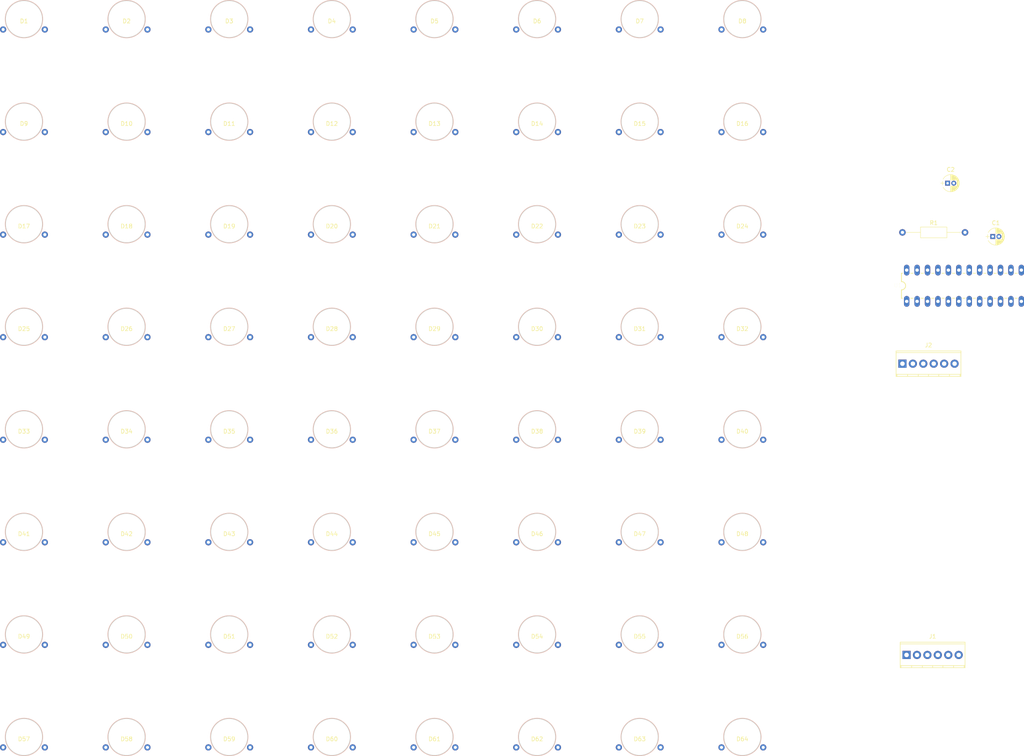
<source format=kicad_pcb>
(kicad_pcb (version 20171130) (host pcbnew 5.0.2-bee76a0~70~ubuntu14.04.1)

  (general
    (thickness 1.6)
    (drawings 64)
    (tracks 0)
    (zones 0)
    (modules 70)
    (nets 24)
  )

  (page A3 portrait)
  (layers
    (0 F.Cu signal)
    (31 B.Cu signal)
    (32 B.Adhes user)
    (33 F.Adhes user)
    (34 B.Paste user)
    (35 F.Paste user)
    (36 B.SilkS user)
    (37 F.SilkS user)
    (38 B.Mask user)
    (39 F.Mask user)
    (40 Dwgs.User user)
    (41 Cmts.User user)
    (42 Eco1.User user)
    (43 Eco2.User user)
    (44 Edge.Cuts user)
    (45 Margin user)
    (46 B.CrtYd user)
    (47 F.CrtYd user)
    (48 B.Fab user)
    (49 F.Fab user)
  )

  (setup
    (last_trace_width 0.25)
    (trace_clearance 0.2)
    (zone_clearance 0.508)
    (zone_45_only no)
    (trace_min 0.2)
    (segment_width 0.2)
    (edge_width 0.15)
    (via_size 0.8)
    (via_drill 0.4)
    (via_min_size 0.4)
    (via_min_drill 0.3)
    (uvia_size 0.3)
    (uvia_drill 0.1)
    (uvias_allowed no)
    (uvia_min_size 0.2)
    (uvia_min_drill 0.1)
    (pcb_text_width 0.3)
    (pcb_text_size 1.5 1.5)
    (mod_edge_width 0.15)
    (mod_text_size 1 1)
    (mod_text_width 0.15)
    (pad_size 1.524 1.524)
    (pad_drill 0.762)
    (pad_to_mask_clearance 0.051)
    (solder_mask_min_width 0.25)
    (aux_axis_origin 0 0)
    (visible_elements 7FFFF7FF)
    (pcbplotparams
      (layerselection 0x010fc_ffffffff)
      (usegerberextensions false)
      (usegerberattributes false)
      (usegerberadvancedattributes false)
      (creategerberjobfile false)
      (excludeedgelayer true)
      (linewidth 0.100000)
      (plotframeref false)
      (viasonmask false)
      (mode 1)
      (useauxorigin false)
      (hpglpennumber 1)
      (hpglpenspeed 20)
      (hpglpendiameter 15.000000)
      (psnegative false)
      (psa4output false)
      (plotreference true)
      (plotvalue true)
      (plotinvisibletext false)
      (padsonsilk false)
      (subtractmaskfromsilk false)
      (outputformat 1)
      (mirror false)
      (drillshape 1)
      (scaleselection 1)
      (outputdirectory ""))
  )

  (net 0 "")
  (net 1 Earth)
  (net 2 VDD)
  (net 3 /LED0)
  (net 4 /LEDA)
  (net 5 /LED1)
  (net 6 /LED2)
  (net 7 /LED3)
  (net 8 /LED4)
  (net 9 /LED5)
  (net 10 /LED6)
  (net 11 /LED7)
  (net 12 /LEDB)
  (net 13 /LEDC)
  (net 14 /LEDD)
  (net 15 /LEDE)
  (net 16 /LEDF)
  (net 17 /LEDG)
  (net 18 /LEDDP)
  (net 19 /CLK)
  (net 20 /DIN)
  (net 21 /DOUT)
  (net 22 /CS)
  (net 23 "Net-(R1-Pad2)")

  (net_class Default "This is the default net class."
    (clearance 0.2)
    (trace_width 0.25)
    (via_dia 0.8)
    (via_drill 0.4)
    (uvia_dia 0.3)
    (uvia_drill 0.1)
    (add_net /CLK)
    (add_net /CS)
    (add_net /DIN)
    (add_net /DOUT)
    (add_net /LED0)
    (add_net /LED1)
    (add_net /LED2)
    (add_net /LED3)
    (add_net /LED4)
    (add_net /LED5)
    (add_net /LED6)
    (add_net /LED7)
    (add_net /LEDA)
    (add_net /LEDB)
    (add_net /LEDC)
    (add_net /LEDD)
    (add_net /LEDDP)
    (add_net /LEDE)
    (add_net /LEDF)
    (add_net /LEDG)
    (add_net Earth)
    (add_net "Net-(R1-Pad2)")
    (add_net VDD)
  )

  (module Capacitors_THT:CP_Radial_D4.0mm_P1.50mm (layer F.Cu) (tedit 597BC7C2) (tstamp 5E2CCC18)
    (at 266 83)
    (descr "CP, Radial series, Radial, pin pitch=1.50mm, , diameter=4mm, Electrolytic Capacitor")
    (tags "CP Radial series Radial pin pitch 1.50mm  diameter 4mm Electrolytic Capacitor")
    (path /5E2CFB55)
    (fp_text reference C1 (at 0.75 -3.31) (layer F.SilkS)
      (effects (font (size 1 1) (thickness 0.15)))
    )
    (fp_text value C_Small (at 0.75 3.31) (layer F.Fab)
      (effects (font (size 1 1) (thickness 0.15)))
    )
    (fp_text user %R (at 0.75 0) (layer F.Fab)
      (effects (font (size 1 1) (thickness 0.15)))
    )
    (fp_line (start 3.1 -2.35) (end -1.6 -2.35) (layer F.CrtYd) (width 0.05))
    (fp_line (start 3.1 2.35) (end 3.1 -2.35) (layer F.CrtYd) (width 0.05))
    (fp_line (start -1.6 2.35) (end 3.1 2.35) (layer F.CrtYd) (width 0.05))
    (fp_line (start -1.6 -2.35) (end -1.6 2.35) (layer F.CrtYd) (width 0.05))
    (fp_line (start -1.25 -0.45) (end -1.25 0.45) (layer F.SilkS) (width 0.12))
    (fp_line (start -1.7 0) (end -0.8 0) (layer F.SilkS) (width 0.12))
    (fp_line (start 2.831 -0.165) (end 2.831 0.165) (layer F.SilkS) (width 0.12))
    (fp_line (start 2.791 -0.415) (end 2.791 0.415) (layer F.SilkS) (width 0.12))
    (fp_line (start 2.751 -0.567) (end 2.751 0.567) (layer F.SilkS) (width 0.12))
    (fp_line (start 2.711 -0.686) (end 2.711 0.686) (layer F.SilkS) (width 0.12))
    (fp_line (start 2.671 -0.786) (end 2.671 0.786) (layer F.SilkS) (width 0.12))
    (fp_line (start 2.631 -0.874) (end 2.631 0.874) (layer F.SilkS) (width 0.12))
    (fp_line (start 2.591 -0.952) (end 2.591 0.952) (layer F.SilkS) (width 0.12))
    (fp_line (start 2.551 -1.023) (end 2.551 1.023) (layer F.SilkS) (width 0.12))
    (fp_line (start 2.511 -1.088) (end 2.511 1.088) (layer F.SilkS) (width 0.12))
    (fp_line (start 2.471 -1.148) (end 2.471 1.148) (layer F.SilkS) (width 0.12))
    (fp_line (start 2.431 -1.204) (end 2.431 1.204) (layer F.SilkS) (width 0.12))
    (fp_line (start 2.391 -1.256) (end 2.391 1.256) (layer F.SilkS) (width 0.12))
    (fp_line (start 2.351 -1.305) (end 2.351 1.305) (layer F.SilkS) (width 0.12))
    (fp_line (start 2.311 -1.351) (end 2.311 1.351) (layer F.SilkS) (width 0.12))
    (fp_line (start 2.271 0.78) (end 2.271 1.395) (layer F.SilkS) (width 0.12))
    (fp_line (start 2.271 -1.395) (end 2.271 -0.78) (layer F.SilkS) (width 0.12))
    (fp_line (start 2.231 0.78) (end 2.231 1.436) (layer F.SilkS) (width 0.12))
    (fp_line (start 2.231 -1.436) (end 2.231 -0.78) (layer F.SilkS) (width 0.12))
    (fp_line (start 2.191 0.78) (end 2.191 1.475) (layer F.SilkS) (width 0.12))
    (fp_line (start 2.191 -1.475) (end 2.191 -0.78) (layer F.SilkS) (width 0.12))
    (fp_line (start 2.151 0.78) (end 2.151 1.512) (layer F.SilkS) (width 0.12))
    (fp_line (start 2.151 -1.512) (end 2.151 -0.78) (layer F.SilkS) (width 0.12))
    (fp_line (start 2.111 0.78) (end 2.111 1.547) (layer F.SilkS) (width 0.12))
    (fp_line (start 2.111 -1.547) (end 2.111 -0.78) (layer F.SilkS) (width 0.12))
    (fp_line (start 2.071 0.78) (end 2.071 1.581) (layer F.SilkS) (width 0.12))
    (fp_line (start 2.071 -1.581) (end 2.071 -0.78) (layer F.SilkS) (width 0.12))
    (fp_line (start 2.031 0.78) (end 2.031 1.613) (layer F.SilkS) (width 0.12))
    (fp_line (start 2.031 -1.613) (end 2.031 -0.78) (layer F.SilkS) (width 0.12))
    (fp_line (start 1.991 0.78) (end 1.991 1.643) (layer F.SilkS) (width 0.12))
    (fp_line (start 1.991 -1.643) (end 1.991 -0.78) (layer F.SilkS) (width 0.12))
    (fp_line (start 1.951 0.78) (end 1.951 1.672) (layer F.SilkS) (width 0.12))
    (fp_line (start 1.951 -1.672) (end 1.951 -0.78) (layer F.SilkS) (width 0.12))
    (fp_line (start 1.911 0.78) (end 1.911 1.699) (layer F.SilkS) (width 0.12))
    (fp_line (start 1.911 -1.699) (end 1.911 -0.78) (layer F.SilkS) (width 0.12))
    (fp_line (start 1.871 0.78) (end 1.871 1.725) (layer F.SilkS) (width 0.12))
    (fp_line (start 1.871 -1.725) (end 1.871 -0.78) (layer F.SilkS) (width 0.12))
    (fp_line (start 1.831 0.78) (end 1.831 1.75) (layer F.SilkS) (width 0.12))
    (fp_line (start 1.831 -1.75) (end 1.831 -0.78) (layer F.SilkS) (width 0.12))
    (fp_line (start 1.791 0.78) (end 1.791 1.773) (layer F.SilkS) (width 0.12))
    (fp_line (start 1.791 -1.773) (end 1.791 -0.78) (layer F.SilkS) (width 0.12))
    (fp_line (start 1.751 0.78) (end 1.751 1.796) (layer F.SilkS) (width 0.12))
    (fp_line (start 1.751 -1.796) (end 1.751 -0.78) (layer F.SilkS) (width 0.12))
    (fp_line (start 1.711 0.78) (end 1.711 1.817) (layer F.SilkS) (width 0.12))
    (fp_line (start 1.711 -1.817) (end 1.711 -0.78) (layer F.SilkS) (width 0.12))
    (fp_line (start 1.671 0.78) (end 1.671 1.837) (layer F.SilkS) (width 0.12))
    (fp_line (start 1.671 -1.837) (end 1.671 -0.78) (layer F.SilkS) (width 0.12))
    (fp_line (start 1.631 0.78) (end 1.631 1.856) (layer F.SilkS) (width 0.12))
    (fp_line (start 1.631 -1.856) (end 1.631 -0.78) (layer F.SilkS) (width 0.12))
    (fp_line (start 1.591 0.78) (end 1.591 1.874) (layer F.SilkS) (width 0.12))
    (fp_line (start 1.591 -1.874) (end 1.591 -0.78) (layer F.SilkS) (width 0.12))
    (fp_line (start 1.551 0.78) (end 1.551 1.891) (layer F.SilkS) (width 0.12))
    (fp_line (start 1.551 -1.891) (end 1.551 -0.78) (layer F.SilkS) (width 0.12))
    (fp_line (start 1.511 0.78) (end 1.511 1.907) (layer F.SilkS) (width 0.12))
    (fp_line (start 1.511 -1.907) (end 1.511 -0.78) (layer F.SilkS) (width 0.12))
    (fp_line (start 1.471 0.78) (end 1.471 1.923) (layer F.SilkS) (width 0.12))
    (fp_line (start 1.471 -1.923) (end 1.471 -0.78) (layer F.SilkS) (width 0.12))
    (fp_line (start 1.43 0.78) (end 1.43 1.937) (layer F.SilkS) (width 0.12))
    (fp_line (start 1.43 -1.937) (end 1.43 -0.78) (layer F.SilkS) (width 0.12))
    (fp_line (start 1.39 0.78) (end 1.39 1.95) (layer F.SilkS) (width 0.12))
    (fp_line (start 1.39 -1.95) (end 1.39 -0.78) (layer F.SilkS) (width 0.12))
    (fp_line (start 1.35 0.78) (end 1.35 1.963) (layer F.SilkS) (width 0.12))
    (fp_line (start 1.35 -1.963) (end 1.35 -0.78) (layer F.SilkS) (width 0.12))
    (fp_line (start 1.31 0.78) (end 1.31 1.974) (layer F.SilkS) (width 0.12))
    (fp_line (start 1.31 -1.974) (end 1.31 -0.78) (layer F.SilkS) (width 0.12))
    (fp_line (start 1.27 0.78) (end 1.27 1.985) (layer F.SilkS) (width 0.12))
    (fp_line (start 1.27 -1.985) (end 1.27 -0.78) (layer F.SilkS) (width 0.12))
    (fp_line (start 1.23 0.78) (end 1.23 1.995) (layer F.SilkS) (width 0.12))
    (fp_line (start 1.23 -1.995) (end 1.23 -0.78) (layer F.SilkS) (width 0.12))
    (fp_line (start 1.19 0.78) (end 1.19 2.004) (layer F.SilkS) (width 0.12))
    (fp_line (start 1.19 -2.004) (end 1.19 -0.78) (layer F.SilkS) (width 0.12))
    (fp_line (start 1.15 0.78) (end 1.15 2.012) (layer F.SilkS) (width 0.12))
    (fp_line (start 1.15 -2.012) (end 1.15 -0.78) (layer F.SilkS) (width 0.12))
    (fp_line (start 1.11 0.78) (end 1.11 2.019) (layer F.SilkS) (width 0.12))
    (fp_line (start 1.11 -2.019) (end 1.11 -0.78) (layer F.SilkS) (width 0.12))
    (fp_line (start 1.07 0.78) (end 1.07 2.026) (layer F.SilkS) (width 0.12))
    (fp_line (start 1.07 -2.026) (end 1.07 -0.78) (layer F.SilkS) (width 0.12))
    (fp_line (start 1.03 0.78) (end 1.03 2.032) (layer F.SilkS) (width 0.12))
    (fp_line (start 1.03 -2.032) (end 1.03 -0.78) (layer F.SilkS) (width 0.12))
    (fp_line (start 0.99 0.78) (end 0.99 2.037) (layer F.SilkS) (width 0.12))
    (fp_line (start 0.99 -2.037) (end 0.99 -0.78) (layer F.SilkS) (width 0.12))
    (fp_line (start 0.95 0.78) (end 0.95 2.041) (layer F.SilkS) (width 0.12))
    (fp_line (start 0.95 -2.041) (end 0.95 -0.78) (layer F.SilkS) (width 0.12))
    (fp_line (start 0.91 0.78) (end 0.91 2.044) (layer F.SilkS) (width 0.12))
    (fp_line (start 0.91 -2.044) (end 0.91 -0.78) (layer F.SilkS) (width 0.12))
    (fp_line (start 0.87 0.78) (end 0.87 2.047) (layer F.SilkS) (width 0.12))
    (fp_line (start 0.87 -2.047) (end 0.87 -0.78) (layer F.SilkS) (width 0.12))
    (fp_line (start 0.83 0.78) (end 0.83 2.049) (layer F.SilkS) (width 0.12))
    (fp_line (start 0.83 -2.049) (end 0.83 -0.78) (layer F.SilkS) (width 0.12))
    (fp_line (start 0.79 0.78) (end 0.79 2.05) (layer F.SilkS) (width 0.12))
    (fp_line (start 0.79 -2.05) (end 0.79 -0.78) (layer F.SilkS) (width 0.12))
    (fp_line (start 0.75 -2.05) (end 0.75 -0.78) (layer F.SilkS) (width 0.12))
    (fp_line (start 0.75 0.78) (end 0.75 2.05) (layer F.SilkS) (width 0.12))
    (fp_line (start -1.25 -0.45) (end -1.25 0.45) (layer F.Fab) (width 0.1))
    (fp_line (start -1.7 0) (end -0.8 0) (layer F.Fab) (width 0.1))
    (fp_circle (center 0.75 0) (end 2.75 0) (layer F.Fab) (width 0.1))
    (fp_arc (start 0.75 0) (end 2.595996 -0.98) (angle 55.9) (layer F.SilkS) (width 0.12))
    (fp_arc (start 0.75 0) (end -1.095996 0.98) (angle -124.1) (layer F.SilkS) (width 0.12))
    (fp_arc (start 0.75 0) (end -1.095996 -0.98) (angle 124.1) (layer F.SilkS) (width 0.12))
    (pad 2 thru_hole circle (at 1.5 0) (size 1.2 1.2) (drill 0.6) (layers *.Cu *.Mask)
      (net 1 Earth))
    (pad 1 thru_hole rect (at 0 0) (size 1.2 1.2) (drill 0.6) (layers *.Cu *.Mask)
      (net 2 VDD))
    (model ${KISYS3DMOD}/Capacitors_THT.3dshapes/CP_Radial_D4.0mm_P1.50mm.wrl
      (at (xyz 0 0 0))
      (scale (xyz 1 1 1))
      (rotate (xyz 0 0 0))
    )
  )

  (module Capacitors_THT:CP_Radial_D4.0mm_P1.50mm (layer F.Cu) (tedit 5E2CB767) (tstamp 5E2CC6C6)
    (at 255 70)
    (descr "CP, Radial series, Radial, pin pitch=1.50mm, , diameter=4mm, Electrolytic Capacitor")
    (tags "CP Radial series Radial pin pitch 1.50mm  diameter 4mm Electrolytic Capacitor")
    (path /5E2CFA85)
    (fp_text reference C2 (at 0.75 -3.31) (layer F.SilkS)
      (effects (font (size 1 1) (thickness 0.15)))
    )
    (fp_text value CP (at 0.75 3.31) (layer F.Fab)
      (effects (font (size 1 1) (thickness 0.15)))
    )
    (fp_arc (start 0.75 0) (end -1.095996 -0.98) (angle 124.1) (layer F.SilkS) (width 0.12))
    (fp_arc (start 0.75 0) (end -1.095996 0.98) (angle -124.1) (layer F.SilkS) (width 0.12))
    (fp_arc (start 0.75 0) (end 2.595996 -0.98) (angle 55.9) (layer F.SilkS) (width 0.12))
    (fp_circle (center 0.75 0) (end 2.75 0) (layer F.Fab) (width 0.1))
    (fp_line (start -1.7 0) (end -0.8 0) (layer F.Fab) (width 0.1))
    (fp_line (start -1.25 -0.45) (end -1.25 0.45) (layer F.Fab) (width 0.1))
    (fp_line (start 0.75 0.78) (end 0.75 2.05) (layer F.SilkS) (width 0.12))
    (fp_line (start 0.75 -2.05) (end 0.75 -0.78) (layer F.SilkS) (width 0.12))
    (fp_line (start 0.79 -2.05) (end 0.79 -0.78) (layer F.SilkS) (width 0.12))
    (fp_line (start 0.79 0.78) (end 0.79 2.05) (layer F.SilkS) (width 0.12))
    (fp_line (start 0.83 -2.049) (end 0.83 -0.78) (layer F.SilkS) (width 0.12))
    (fp_line (start 0.83 0.78) (end 0.83 2.049) (layer F.SilkS) (width 0.12))
    (fp_line (start 0.87 -2.047) (end 0.87 -0.78) (layer F.SilkS) (width 0.12))
    (fp_line (start 0.87 0.78) (end 0.87 2.047) (layer F.SilkS) (width 0.12))
    (fp_line (start 0.91 -2.044) (end 0.91 -0.78) (layer F.SilkS) (width 0.12))
    (fp_line (start 0.91 0.78) (end 0.91 2.044) (layer F.SilkS) (width 0.12))
    (fp_line (start 0.95 -2.041) (end 0.95 -0.78) (layer F.SilkS) (width 0.12))
    (fp_line (start 0.95 0.78) (end 0.95 2.041) (layer F.SilkS) (width 0.12))
    (fp_line (start 0.99 -2.037) (end 0.99 -0.78) (layer F.SilkS) (width 0.12))
    (fp_line (start 0.99 0.78) (end 0.99 2.037) (layer F.SilkS) (width 0.12))
    (fp_line (start 1.03 -2.032) (end 1.03 -0.78) (layer F.SilkS) (width 0.12))
    (fp_line (start 1.03 0.78) (end 1.03 2.032) (layer F.SilkS) (width 0.12))
    (fp_line (start 1.07 -2.026) (end 1.07 -0.78) (layer F.SilkS) (width 0.12))
    (fp_line (start 1.07 0.78) (end 1.07 2.026) (layer F.SilkS) (width 0.12))
    (fp_line (start 1.11 -2.019) (end 1.11 -0.78) (layer F.SilkS) (width 0.12))
    (fp_line (start 1.11 0.78) (end 1.11 2.019) (layer F.SilkS) (width 0.12))
    (fp_line (start 1.15 -2.012) (end 1.15 -0.78) (layer F.SilkS) (width 0.12))
    (fp_line (start 1.15 0.78) (end 1.15 2.012) (layer F.SilkS) (width 0.12))
    (fp_line (start 1.19 -2.004) (end 1.19 -0.78) (layer F.SilkS) (width 0.12))
    (fp_line (start 1.19 0.78) (end 1.19 2.004) (layer F.SilkS) (width 0.12))
    (fp_line (start 1.23 -1.995) (end 1.23 -0.78) (layer F.SilkS) (width 0.12))
    (fp_line (start 1.23 0.78) (end 1.23 1.995) (layer F.SilkS) (width 0.12))
    (fp_line (start 1.27 -1.985) (end 1.27 -0.78) (layer F.SilkS) (width 0.12))
    (fp_line (start 1.27 0.78) (end 1.27 1.985) (layer F.SilkS) (width 0.12))
    (fp_line (start 1.31 -1.974) (end 1.31 -0.78) (layer F.SilkS) (width 0.12))
    (fp_line (start 1.31 0.78) (end 1.31 1.974) (layer F.SilkS) (width 0.12))
    (fp_line (start 1.35 -1.963) (end 1.35 -0.78) (layer F.SilkS) (width 0.12))
    (fp_line (start 1.35 0.78) (end 1.35 1.963) (layer F.SilkS) (width 0.12))
    (fp_line (start 1.39 -1.95) (end 1.39 -0.78) (layer F.SilkS) (width 0.12))
    (fp_line (start 1.39 0.78) (end 1.39 1.95) (layer F.SilkS) (width 0.12))
    (fp_line (start 1.43 -1.937) (end 1.43 -0.78) (layer F.SilkS) (width 0.12))
    (fp_line (start 1.43 0.78) (end 1.43 1.937) (layer F.SilkS) (width 0.12))
    (fp_line (start 1.471 -1.923) (end 1.471 -0.78) (layer F.SilkS) (width 0.12))
    (fp_line (start 1.471 0.78) (end 1.471 1.923) (layer F.SilkS) (width 0.12))
    (fp_line (start 1.511 -1.907) (end 1.511 -0.78) (layer F.SilkS) (width 0.12))
    (fp_line (start 1.511 0.78) (end 1.511 1.907) (layer F.SilkS) (width 0.12))
    (fp_line (start 1.551 -1.891) (end 1.551 -0.78) (layer F.SilkS) (width 0.12))
    (fp_line (start 1.551 0.78) (end 1.551 1.891) (layer F.SilkS) (width 0.12))
    (fp_line (start 1.591 -1.874) (end 1.591 -0.78) (layer F.SilkS) (width 0.12))
    (fp_line (start 1.591 0.78) (end 1.591 1.874) (layer F.SilkS) (width 0.12))
    (fp_line (start 1.631 -1.856) (end 1.631 -0.78) (layer F.SilkS) (width 0.12))
    (fp_line (start 1.631 0.78) (end 1.631 1.856) (layer F.SilkS) (width 0.12))
    (fp_line (start 1.671 -1.837) (end 1.671 -0.78) (layer F.SilkS) (width 0.12))
    (fp_line (start 1.671 0.78) (end 1.671 1.837) (layer F.SilkS) (width 0.12))
    (fp_line (start 1.711 -1.817) (end 1.711 -0.78) (layer F.SilkS) (width 0.12))
    (fp_line (start 1.711 0.78) (end 1.711 1.817) (layer F.SilkS) (width 0.12))
    (fp_line (start 1.751 -1.796) (end 1.751 -0.78) (layer F.SilkS) (width 0.12))
    (fp_line (start 1.751 0.78) (end 1.751 1.796) (layer F.SilkS) (width 0.12))
    (fp_line (start 1.791 -1.773) (end 1.791 -0.78) (layer F.SilkS) (width 0.12))
    (fp_line (start 1.791 0.78) (end 1.791 1.773) (layer F.SilkS) (width 0.12))
    (fp_line (start 1.831 -1.75) (end 1.831 -0.78) (layer F.SilkS) (width 0.12))
    (fp_line (start 1.831 0.78) (end 1.831 1.75) (layer F.SilkS) (width 0.12))
    (fp_line (start 1.871 -1.725) (end 1.871 -0.78) (layer F.SilkS) (width 0.12))
    (fp_line (start 1.871 0.78) (end 1.871 1.725) (layer F.SilkS) (width 0.12))
    (fp_line (start 1.911 -1.699) (end 1.911 -0.78) (layer F.SilkS) (width 0.12))
    (fp_line (start 1.911 0.78) (end 1.911 1.699) (layer F.SilkS) (width 0.12))
    (fp_line (start 1.951 -1.672) (end 1.951 -0.78) (layer F.SilkS) (width 0.12))
    (fp_line (start 1.951 0.78) (end 1.951 1.672) (layer F.SilkS) (width 0.12))
    (fp_line (start 1.991 -1.643) (end 1.991 -0.78) (layer F.SilkS) (width 0.12))
    (fp_line (start 1.991 0.78) (end 1.991 1.643) (layer F.SilkS) (width 0.12))
    (fp_line (start 2.031 -1.613) (end 2.031 -0.78) (layer F.SilkS) (width 0.12))
    (fp_line (start 2.031 0.78) (end 2.031 1.613) (layer F.SilkS) (width 0.12))
    (fp_line (start 2.071 -1.581) (end 2.071 -0.78) (layer F.SilkS) (width 0.12))
    (fp_line (start 2.071 0.78) (end 2.071 1.581) (layer F.SilkS) (width 0.12))
    (fp_line (start 2.111 -1.547) (end 2.111 -0.78) (layer F.SilkS) (width 0.12))
    (fp_line (start 2.111 0.78) (end 2.111 1.547) (layer F.SilkS) (width 0.12))
    (fp_line (start 2.151 -1.512) (end 2.151 -0.78) (layer F.SilkS) (width 0.12))
    (fp_line (start 2.151 0.78) (end 2.151 1.512) (layer F.SilkS) (width 0.12))
    (fp_line (start 2.191 -1.475) (end 2.191 -0.78) (layer F.SilkS) (width 0.12))
    (fp_line (start 2.191 0.78) (end 2.191 1.475) (layer F.SilkS) (width 0.12))
    (fp_line (start 2.231 -1.436) (end 2.231 -0.78) (layer F.SilkS) (width 0.12))
    (fp_line (start 2.231 0.78) (end 2.231 1.436) (layer F.SilkS) (width 0.12))
    (fp_line (start 2.271 -1.395) (end 2.271 -0.78) (layer F.SilkS) (width 0.12))
    (fp_line (start 2.271 0.78) (end 2.271 1.395) (layer F.SilkS) (width 0.12))
    (fp_line (start 2.311 -1.351) (end 2.311 1.351) (layer F.SilkS) (width 0.12))
    (fp_line (start 2.351 -1.305) (end 2.351 1.305) (layer F.SilkS) (width 0.12))
    (fp_line (start 2.391 -1.256) (end 2.391 1.256) (layer F.SilkS) (width 0.12))
    (fp_line (start 2.431 -1.204) (end 2.431 1.204) (layer F.SilkS) (width 0.12))
    (fp_line (start 2.471 -1.148) (end 2.471 1.148) (layer F.SilkS) (width 0.12))
    (fp_line (start 2.511 -1.088) (end 2.511 1.088) (layer F.SilkS) (width 0.12))
    (fp_line (start 2.551 -1.023) (end 2.551 1.023) (layer F.SilkS) (width 0.12))
    (fp_line (start 2.591 -0.952) (end 2.591 0.952) (layer F.SilkS) (width 0.12))
    (fp_line (start 2.631 -0.874) (end 2.631 0.874) (layer F.SilkS) (width 0.12))
    (fp_line (start 2.671 -0.786) (end 2.671 0.786) (layer F.SilkS) (width 0.12))
    (fp_line (start 2.711 -0.686) (end 2.711 0.686) (layer F.SilkS) (width 0.12))
    (fp_line (start 2.751 -0.567) (end 2.751 0.567) (layer F.SilkS) (width 0.12))
    (fp_line (start 2.791 -0.415) (end 2.791 0.415) (layer F.SilkS) (width 0.12))
    (fp_line (start 2.831 -0.165) (end 2.831 0.165) (layer F.SilkS) (width 0.12))
    (fp_line (start -1.7 0) (end -0.8 0) (layer F.SilkS) (width 0.12))
    (fp_line (start -1.25 -0.45) (end -1.25 0.45) (layer F.SilkS) (width 0.12))
    (fp_line (start -1.6 -2.35) (end -1.6 2.35) (layer F.CrtYd) (width 0.05))
    (fp_line (start -1.6 2.35) (end 3.1 2.35) (layer F.CrtYd) (width 0.05))
    (fp_line (start 3.1 2.35) (end 3.1 -2.35) (layer F.CrtYd) (width 0.05))
    (fp_line (start 3.1 -2.35) (end -1.6 -2.35) (layer F.CrtYd) (width 0.05))
    (fp_text user %R (at -1.5 -3) (layer F.Fab)
      (effects (font (size 1 1) (thickness 0.15)))
    )
    (pad 1 thru_hole rect (at 0 0) (size 1.2 1.2) (drill 0.6) (layers *.Cu *.Mask)
      (net 2 VDD))
    (pad 2 thru_hole circle (at 1.5 0) (size 1.2 1.2) (drill 0.6) (layers *.Cu *.Mask)
      (net 1 Earth))
    (model ${KISYS3DMOD}/Capacitors_THT.3dshapes/CP_Radial_D4.0mm_P1.50mm.wrl
      (at (xyz 0 0 0))
      (scale (xyz 1 1 1))
      (rotate (xyz 0 0 0))
    )
  )

  (module lorenzo2018:ledthroughhole (layer F.Cu) (tedit 5E2C9051) (tstamp 5E2CD60E)
    (at 30 30)
    (path /5E2C90BE)
    (fp_text reference D1 (at 0 0.5) (layer F.SilkS)
      (effects (font (size 1 1) (thickness 0.15)))
    )
    (fp_text value LED (at 0 -0.5) (layer F.Fab)
      (effects (font (size 1 1) (thickness 0.15)))
    )
    (fp_circle (center 0 0) (end 3.81 -2.54) (layer B.SilkS) (width 0.15))
    (pad 1 thru_hole circle (at 5.08 2.54) (size 1.524 1.524) (drill 0.762) (layers *.Cu *.Mask)
      (net 3 /LED0))
    (pad 2 thru_hole circle (at -5.08 2.54) (size 1.524 1.524) (drill 0.762) (layers *.Cu *.Mask)
      (net 4 /LEDA))
  )

  (module lorenzo2018:ledthroughhole (layer F.Cu) (tedit 5E2C9051) (tstamp 5E2CCB68)
    (at 55 30)
    (path /5E2C9744)
    (fp_text reference D2 (at 0 0.5) (layer F.SilkS)
      (effects (font (size 1 1) (thickness 0.15)))
    )
    (fp_text value LED (at 0 -0.5) (layer F.Fab)
      (effects (font (size 1 1) (thickness 0.15)))
    )
    (fp_circle (center 0 0) (end 3.81 -2.54) (layer B.SilkS) (width 0.15))
    (pad 2 thru_hole circle (at -5.08 2.54) (size 1.524 1.524) (drill 0.762) (layers *.Cu *.Mask)
      (net 4 /LEDA))
    (pad 1 thru_hole circle (at 5.08 2.54) (size 1.524 1.524) (drill 0.762) (layers *.Cu *.Mask)
      (net 5 /LED1))
  )

  (module lorenzo2018:ledthroughhole (layer F.Cu) (tedit 5E2C9051) (tstamp 5E2CCA3F)
    (at 80 30)
    (path /5E2D3D77)
    (fp_text reference D3 (at 0 0.5) (layer F.SilkS)
      (effects (font (size 1 1) (thickness 0.15)))
    )
    (fp_text value LED (at 0 -0.5) (layer F.Fab)
      (effects (font (size 1 1) (thickness 0.15)))
    )
    (fp_circle (center 0 0) (end 3.81 -2.54) (layer B.SilkS) (width 0.15))
    (pad 1 thru_hole circle (at 5.08 2.54) (size 1.524 1.524) (drill 0.762) (layers *.Cu *.Mask)
      (net 6 /LED2))
    (pad 2 thru_hole circle (at -5.08 2.54) (size 1.524 1.524) (drill 0.762) (layers *.Cu *.Mask)
      (net 4 /LEDA))
  )

  (module lorenzo2018:ledthroughhole (layer F.Cu) (tedit 5E2C9051) (tstamp 5E2CC931)
    (at 105 30)
    (path /5E2D3D7E)
    (fp_text reference D4 (at 0 0.5) (layer F.SilkS)
      (effects (font (size 1 1) (thickness 0.15)))
    )
    (fp_text value LED (at 0 -0.5) (layer F.Fab)
      (effects (font (size 1 1) (thickness 0.15)))
    )
    (fp_circle (center 0 0) (end 3.81 -2.54) (layer B.SilkS) (width 0.15))
    (pad 2 thru_hole circle (at -5.08 2.54) (size 1.524 1.524) (drill 0.762) (layers *.Cu *.Mask)
      (net 4 /LEDA))
    (pad 1 thru_hole circle (at 5.08 2.54) (size 1.524 1.524) (drill 0.762) (layers *.Cu *.Mask)
      (net 7 /LED3))
  )

  (module lorenzo2018:ledthroughhole (layer F.Cu) (tedit 5E2C9051) (tstamp 5E2CCB9E)
    (at 130 30)
    (path /5E2D46A0)
    (fp_text reference D5 (at 0 0.5) (layer F.SilkS)
      (effects (font (size 1 1) (thickness 0.15)))
    )
    (fp_text value LED (at 0 -0.5) (layer F.Fab)
      (effects (font (size 1 1) (thickness 0.15)))
    )
    (fp_circle (center 0 0) (end 3.81 -2.54) (layer B.SilkS) (width 0.15))
    (pad 1 thru_hole circle (at 5.08 2.54) (size 1.524 1.524) (drill 0.762) (layers *.Cu *.Mask)
      (net 8 /LED4))
    (pad 2 thru_hole circle (at -5.08 2.54) (size 1.524 1.524) (drill 0.762) (layers *.Cu *.Mask)
      (net 4 /LEDA))
  )

  (module lorenzo2018:ledthroughhole (layer F.Cu) (tedit 5E2C9051) (tstamp 5E2CCB20)
    (at 155 30)
    (path /5E2D46A7)
    (fp_text reference D6 (at 0 0.5) (layer F.SilkS)
      (effects (font (size 1 1) (thickness 0.15)))
    )
    (fp_text value LED (at 0 -0.5) (layer F.Fab)
      (effects (font (size 1 1) (thickness 0.15)))
    )
    (fp_circle (center 0 0) (end 3.81 -2.54) (layer B.SilkS) (width 0.15))
    (pad 2 thru_hole circle (at -5.08 2.54) (size 1.524 1.524) (drill 0.762) (layers *.Cu *.Mask)
      (net 4 /LEDA))
    (pad 1 thru_hole circle (at 5.08 2.54) (size 1.524 1.524) (drill 0.762) (layers *.Cu *.Mask)
      (net 9 /LED5))
  )

  (module lorenzo2018:ledthroughhole (layer F.Cu) (tedit 5E2C9051) (tstamp 5E2CCAEA)
    (at 180 30)
    (path /5E2D46AE)
    (fp_text reference D7 (at 0 0.5) (layer F.SilkS)
      (effects (font (size 1 1) (thickness 0.15)))
    )
    (fp_text value LED (at 0 -0.5) (layer F.Fab)
      (effects (font (size 1 1) (thickness 0.15)))
    )
    (fp_circle (center 0 0) (end 3.81 -2.54) (layer B.SilkS) (width 0.15))
    (pad 1 thru_hole circle (at 5.08 2.54) (size 1.524 1.524) (drill 0.762) (layers *.Cu *.Mask)
      (net 10 /LED6))
    (pad 2 thru_hole circle (at -5.08 2.54) (size 1.524 1.524) (drill 0.762) (layers *.Cu *.Mask)
      (net 4 /LEDA))
  )

  (module lorenzo2018:ledthroughhole (layer F.Cu) (tedit 5E2C9051) (tstamp 5E2CC99D)
    (at 205 30)
    (path /5E2D46B5)
    (fp_text reference D8 (at 0 0.5) (layer F.SilkS)
      (effects (font (size 1 1) (thickness 0.15)))
    )
    (fp_text value LED (at 0 -0.5) (layer F.Fab)
      (effects (font (size 1 1) (thickness 0.15)))
    )
    (fp_circle (center 0 0) (end 3.81 -2.54) (layer B.SilkS) (width 0.15))
    (pad 2 thru_hole circle (at -5.08 2.54) (size 1.524 1.524) (drill 0.762) (layers *.Cu *.Mask)
      (net 4 /LEDA))
    (pad 1 thru_hole circle (at 5.08 2.54) (size 1.524 1.524) (drill 0.762) (layers *.Cu *.Mask)
      (net 11 /LED7))
  )

  (module lorenzo2018:ledthroughhole (layer F.Cu) (tedit 5E2C9051) (tstamp 5E2CCD54)
    (at 30 55)
    (path /5E2E0539)
    (fp_text reference D9 (at 0 0.5) (layer F.SilkS)
      (effects (font (size 1 1) (thickness 0.15)))
    )
    (fp_text value LED (at 0 -0.5) (layer F.Fab)
      (effects (font (size 1 1) (thickness 0.15)))
    )
    (fp_circle (center 0 0) (end 3.81 -2.54) (layer B.SilkS) (width 0.15))
    (pad 1 thru_hole circle (at 5.08 2.54) (size 1.524 1.524) (drill 0.762) (layers *.Cu *.Mask)
      (net 3 /LED0))
    (pad 2 thru_hole circle (at -5.08 2.54) (size 1.524 1.524) (drill 0.762) (layers *.Cu *.Mask)
      (net 12 /LEDB))
  )

  (module lorenzo2018:ledthroughhole (layer F.Cu) (tedit 5E2C9051) (tstamp 5E2CCDAE)
    (at 55 55)
    (path /5E2E0540)
    (fp_text reference D10 (at 0 0.5) (layer F.SilkS)
      (effects (font (size 1 1) (thickness 0.15)))
    )
    (fp_text value LED (at 0 -0.5) (layer F.Fab)
      (effects (font (size 1 1) (thickness 0.15)))
    )
    (fp_circle (center 0 0) (end 3.81 -2.54) (layer B.SilkS) (width 0.15))
    (pad 2 thru_hole circle (at -5.08 2.54) (size 1.524 1.524) (drill 0.762) (layers *.Cu *.Mask)
      (net 12 /LEDB))
    (pad 1 thru_hole circle (at 5.08 2.54) (size 1.524 1.524) (drill 0.762) (layers *.Cu *.Mask)
      (net 5 /LED1))
  )

  (module lorenzo2018:ledthroughhole (layer F.Cu) (tedit 5E2C9051) (tstamp 5E2CC8E9)
    (at 80 55)
    (path /5E2E0547)
    (fp_text reference D11 (at 0 0.5) (layer F.SilkS)
      (effects (font (size 1 1) (thickness 0.15)))
    )
    (fp_text value LED (at 0 -0.5) (layer F.Fab)
      (effects (font (size 1 1) (thickness 0.15)))
    )
    (fp_circle (center 0 0) (end 3.81 -2.54) (layer B.SilkS) (width 0.15))
    (pad 1 thru_hole circle (at 5.08 2.54) (size 1.524 1.524) (drill 0.762) (layers *.Cu *.Mask)
      (net 6 /LED2))
    (pad 2 thru_hole circle (at -5.08 2.54) (size 1.524 1.524) (drill 0.762) (layers *.Cu *.Mask)
      (net 12 /LEDB))
  )

  (module lorenzo2018:ledthroughhole (layer F.Cu) (tedit 5E2C9051) (tstamp 5E2CC628)
    (at 105 55)
    (path /5E2E054E)
    (fp_text reference D12 (at 0 0.5) (layer F.SilkS)
      (effects (font (size 1 1) (thickness 0.15)))
    )
    (fp_text value LED (at 0 -0.5) (layer F.Fab)
      (effects (font (size 1 1) (thickness 0.15)))
    )
    (fp_circle (center 0 0) (end 3.81 -2.54) (layer B.SilkS) (width 0.15))
    (pad 2 thru_hole circle (at -5.08 2.54) (size 1.524 1.524) (drill 0.762) (layers *.Cu *.Mask)
      (net 12 /LEDB))
    (pad 1 thru_hole circle (at 5.08 2.54) (size 1.524 1.524) (drill 0.762) (layers *.Cu *.Mask)
      (net 7 /LED3))
  )

  (module lorenzo2018:ledthroughhole (layer F.Cu) (tedit 5E2C9051) (tstamp 5E2CC604)
    (at 130 55)
    (path /5E2E0555)
    (fp_text reference D13 (at 0 0.5) (layer F.SilkS)
      (effects (font (size 1 1) (thickness 0.15)))
    )
    (fp_text value LED (at 0 -0.5) (layer F.Fab)
      (effects (font (size 1 1) (thickness 0.15)))
    )
    (fp_circle (center 0 0) (end 3.81 -2.54) (layer B.SilkS) (width 0.15))
    (pad 1 thru_hole circle (at 5.08 2.54) (size 1.524 1.524) (drill 0.762) (layers *.Cu *.Mask)
      (net 8 /LED4))
    (pad 2 thru_hole circle (at -5.08 2.54) (size 1.524 1.524) (drill 0.762) (layers *.Cu *.Mask)
      (net 12 /LEDB))
  )

  (module lorenzo2018:ledthroughhole (layer F.Cu) (tedit 5E2C9051) (tstamp 5E2CCD9C)
    (at 155 55)
    (path /5E2E055C)
    (fp_text reference D14 (at 0 0.5) (layer F.SilkS)
      (effects (font (size 1 1) (thickness 0.15)))
    )
    (fp_text value LED (at 0 -0.5) (layer F.Fab)
      (effects (font (size 1 1) (thickness 0.15)))
    )
    (fp_circle (center 0 0) (end 3.81 -2.54) (layer B.SilkS) (width 0.15))
    (pad 2 thru_hole circle (at -5.08 2.54) (size 1.524 1.524) (drill 0.762) (layers *.Cu *.Mask)
      (net 12 /LEDB))
    (pad 1 thru_hole circle (at 5.08 2.54) (size 1.524 1.524) (drill 0.762) (layers *.Cu *.Mask)
      (net 9 /LED5))
  )

  (module lorenzo2018:ledthroughhole (layer F.Cu) (tedit 5E2C9051) (tstamp 5E2CD6A5)
    (at 180 55)
    (path /5E2E0563)
    (fp_text reference D15 (at 0 0.5) (layer F.SilkS)
      (effects (font (size 1 1) (thickness 0.15)))
    )
    (fp_text value LED (at 0 -0.5) (layer F.Fab)
      (effects (font (size 1 1) (thickness 0.15)))
    )
    (fp_circle (center 0 0) (end 3.81 -2.54) (layer B.SilkS) (width 0.15))
    (pad 1 thru_hole circle (at 5.08 2.54) (size 1.524 1.524) (drill 0.762) (layers *.Cu *.Mask)
      (net 10 /LED6))
    (pad 2 thru_hole circle (at -5.08 2.54) (size 1.524 1.524) (drill 0.762) (layers *.Cu *.Mask)
      (net 12 /LEDB))
  )

  (module lorenzo2018:ledthroughhole (layer F.Cu) (tedit 5E2C9051) (tstamp 5E2CCA09)
    (at 205 55)
    (path /5E2E056A)
    (fp_text reference D16 (at 0 0.5) (layer F.SilkS)
      (effects (font (size 1 1) (thickness 0.15)))
    )
    (fp_text value LED (at 0 -0.5) (layer F.Fab)
      (effects (font (size 1 1) (thickness 0.15)))
    )
    (fp_circle (center 0 0) (end 3.81 -2.54) (layer B.SilkS) (width 0.15))
    (pad 1 thru_hole circle (at 5.08 2.54) (size 1.524 1.524) (drill 0.762) (layers *.Cu *.Mask)
      (net 11 /LED7))
    (pad 2 thru_hole circle (at -5.08 2.54) (size 1.524 1.524) (drill 0.762) (layers *.Cu *.Mask)
      (net 12 /LEDB))
  )

  (module lorenzo2018:ledthroughhole (layer F.Cu) (tedit 5E2C9051) (tstamp 5E2CCD66)
    (at 30 80)
    (path /5E2E1A9A)
    (fp_text reference D17 (at 0 0.5) (layer F.SilkS)
      (effects (font (size 1 1) (thickness 0.15)))
    )
    (fp_text value LED (at 0 -0.5) (layer F.Fab)
      (effects (font (size 1 1) (thickness 0.15)))
    )
    (fp_circle (center 0 0) (end 3.81 -2.54) (layer B.SilkS) (width 0.15))
    (pad 1 thru_hole circle (at 5.08 2.54) (size 1.524 1.524) (drill 0.762) (layers *.Cu *.Mask)
      (net 3 /LED0))
    (pad 2 thru_hole circle (at -5.08 2.54) (size 1.524 1.524) (drill 0.762) (layers *.Cu *.Mask)
      (net 13 /LEDC))
  )

  (module lorenzo2018:ledthroughhole (layer F.Cu) (tedit 5E2C9051) (tstamp 5E2CCB32)
    (at 55 80)
    (path /5E2E1AA1)
    (fp_text reference D18 (at 0 0.5) (layer F.SilkS)
      (effects (font (size 1 1) (thickness 0.15)))
    )
    (fp_text value LED (at 0 -0.5) (layer F.Fab)
      (effects (font (size 1 1) (thickness 0.15)))
    )
    (fp_circle (center 0 0) (end 3.81 -2.54) (layer B.SilkS) (width 0.15))
    (pad 2 thru_hole circle (at -5.08 2.54) (size 1.524 1.524) (drill 0.762) (layers *.Cu *.Mask)
      (net 13 /LEDC))
    (pad 1 thru_hole circle (at 5.08 2.54) (size 1.524 1.524) (drill 0.762) (layers *.Cu *.Mask)
      (net 5 /LED1))
  )

  (module lorenzo2018:ledthroughhole (layer F.Cu) (tedit 5E2C9051) (tstamp 5E2CC8FB)
    (at 80 80)
    (path /5E2E1AA8)
    (fp_text reference D19 (at 0 0.5) (layer F.SilkS)
      (effects (font (size 1 1) (thickness 0.15)))
    )
    (fp_text value LED (at 0 -0.5) (layer F.Fab)
      (effects (font (size 1 1) (thickness 0.15)))
    )
    (fp_circle (center 0 0) (end 3.81 -2.54) (layer B.SilkS) (width 0.15))
    (pad 1 thru_hole circle (at 5.08 2.54) (size 1.524 1.524) (drill 0.762) (layers *.Cu *.Mask)
      (net 6 /LED2))
    (pad 2 thru_hole circle (at -5.08 2.54) (size 1.524 1.524) (drill 0.762) (layers *.Cu *.Mask)
      (net 13 /LEDC))
  )

  (module lorenzo2018:ledthroughhole (layer F.Cu) (tedit 5E2C9051) (tstamp 5E2CCA75)
    (at 105 80)
    (path /5E2E1AAF)
    (fp_text reference D20 (at 0 0.5) (layer F.SilkS)
      (effects (font (size 1 1) (thickness 0.15)))
    )
    (fp_text value LED (at 0 -0.5) (layer F.Fab)
      (effects (font (size 1 1) (thickness 0.15)))
    )
    (fp_circle (center 0 0) (end 3.81 -2.54) (layer B.SilkS) (width 0.15))
    (pad 2 thru_hole circle (at -5.08 2.54) (size 1.524 1.524) (drill 0.762) (layers *.Cu *.Mask)
      (net 13 /LEDC))
    (pad 1 thru_hole circle (at 5.08 2.54) (size 1.524 1.524) (drill 0.762) (layers *.Cu *.Mask)
      (net 7 /LED3))
  )

  (module lorenzo2018:ledthroughhole (layer F.Cu) (tedit 5E2C9051) (tstamp 5E2CCD42)
    (at 130 80)
    (path /5E2E1AB6)
    (fp_text reference D21 (at 0 0.5) (layer F.SilkS)
      (effects (font (size 1 1) (thickness 0.15)))
    )
    (fp_text value LED (at 0 -0.5) (layer F.Fab)
      (effects (font (size 1 1) (thickness 0.15)))
    )
    (fp_circle (center 0 0) (end 3.81 -2.54) (layer B.SilkS) (width 0.15))
    (pad 1 thru_hole circle (at 5.08 2.54) (size 1.524 1.524) (drill 0.762) (layers *.Cu *.Mask)
      (net 8 /LED4))
    (pad 2 thru_hole circle (at -5.08 2.54) (size 1.524 1.524) (drill 0.762) (layers *.Cu *.Mask)
      (net 13 /LEDC))
  )

  (module lorenzo2018:ledthroughhole (layer F.Cu) (tedit 5E2C9051) (tstamp 5E2CCB0E)
    (at 155 80)
    (path /5E2E1ABD)
    (fp_text reference D22 (at 0 0.5) (layer F.SilkS)
      (effects (font (size 1 1) (thickness 0.15)))
    )
    (fp_text value LED (at 0 -0.5) (layer F.Fab)
      (effects (font (size 1 1) (thickness 0.15)))
    )
    (fp_circle (center 0 0) (end 3.81 -2.54) (layer B.SilkS) (width 0.15))
    (pad 2 thru_hole circle (at -5.08 2.54) (size 1.524 1.524) (drill 0.762) (layers *.Cu *.Mask)
      (net 13 /LEDC))
    (pad 1 thru_hole circle (at 5.08 2.54) (size 1.524 1.524) (drill 0.762) (layers *.Cu *.Mask)
      (net 9 /LED5))
  )

  (module lorenzo2018:ledthroughhole (layer F.Cu) (tedit 5E2C9051) (tstamp 5E2CC64C)
    (at 180 80)
    (path /5E2E1AC4)
    (fp_text reference D23 (at 0 0.5) (layer F.SilkS)
      (effects (font (size 1 1) (thickness 0.15)))
    )
    (fp_text value LED (at 0 -0.5) (layer F.Fab)
      (effects (font (size 1 1) (thickness 0.15)))
    )
    (fp_circle (center 0 0) (end 3.81 -2.54) (layer B.SilkS) (width 0.15))
    (pad 1 thru_hole circle (at 5.08 2.54) (size 1.524 1.524) (drill 0.762) (layers *.Cu *.Mask)
      (net 10 /LED6))
    (pad 2 thru_hole circle (at -5.08 2.54) (size 1.524 1.524) (drill 0.762) (layers *.Cu *.Mask)
      (net 13 /LEDC))
  )

  (module lorenzo2018:ledthroughhole (layer F.Cu) (tedit 5E2C9051) (tstamp 5E2CDA12)
    (at 205 80)
    (path /5E2E1ACB)
    (fp_text reference D24 (at 0 0.5) (layer F.SilkS)
      (effects (font (size 1 1) (thickness 0.15)))
    )
    (fp_text value LED (at 0 -0.5) (layer F.Fab)
      (effects (font (size 1 1) (thickness 0.15)))
    )
    (fp_circle (center 0 0) (end 3.81 -2.54) (layer B.SilkS) (width 0.15))
    (pad 2 thru_hole circle (at -5.08 2.54) (size 1.524 1.524) (drill 0.762) (layers *.Cu *.Mask)
      (net 13 /LEDC))
    (pad 1 thru_hole circle (at 5.08 2.54) (size 1.524 1.524) (drill 0.762) (layers *.Cu *.Mask)
      (net 11 /LED7))
  )

  (module lorenzo2018:ledthroughhole (layer F.Cu) (tedit 5E2C9051) (tstamp 5E2CEC59)
    (at 30 105)
    (path /5E2E1AD2)
    (fp_text reference D25 (at 0 0.5) (layer F.SilkS)
      (effects (font (size 1 1) (thickness 0.15)))
    )
    (fp_text value LED (at 0 -0.5) (layer F.Fab)
      (effects (font (size 1 1) (thickness 0.15)))
    )
    (fp_circle (center 0 0) (end 3.81 -2.54) (layer B.SilkS) (width 0.15))
    (pad 2 thru_hole circle (at -5.08 2.54) (size 1.524 1.524) (drill 0.762) (layers *.Cu *.Mask)
      (net 14 /LEDD))
    (pad 1 thru_hole circle (at 5.08 2.54) (size 1.524 1.524) (drill 0.762) (layers *.Cu *.Mask)
      (net 3 /LED0))
  )

  (module lorenzo2018:ledthroughhole (layer F.Cu) (tedit 5E2C9051) (tstamp 5E2CEB42)
    (at 55 105)
    (path /5E2E1AD9)
    (fp_text reference D26 (at 0 0.5) (layer F.SilkS)
      (effects (font (size 1 1) (thickness 0.15)))
    )
    (fp_text value LED (at 0 -0.5) (layer F.Fab)
      (effects (font (size 1 1) (thickness 0.15)))
    )
    (fp_circle (center 0 0) (end 3.81 -2.54) (layer B.SilkS) (width 0.15))
    (pad 2 thru_hole circle (at -5.08 2.54) (size 1.524 1.524) (drill 0.762) (layers *.Cu *.Mask)
      (net 14 /LEDD))
    (pad 1 thru_hole circle (at 5.08 2.54) (size 1.524 1.524) (drill 0.762) (layers *.Cu *.Mask)
      (net 5 /LED1))
  )

  (module lorenzo2018:ledthroughhole (layer F.Cu) (tedit 5E2C9051) (tstamp 5E2CEF23)
    (at 80 105)
    (path /5E2E1AE0)
    (fp_text reference D27 (at 0 0.5) (layer F.SilkS)
      (effects (font (size 1 1) (thickness 0.15)))
    )
    (fp_text value LED (at 0 -0.5) (layer F.Fab)
      (effects (font (size 1 1) (thickness 0.15)))
    )
    (fp_circle (center 0 0) (end 3.81 -2.54) (layer B.SilkS) (width 0.15))
    (pad 1 thru_hole circle (at 5.08 2.54) (size 1.524 1.524) (drill 0.762) (layers *.Cu *.Mask)
      (net 6 /LED2))
    (pad 2 thru_hole circle (at -5.08 2.54) (size 1.524 1.524) (drill 0.762) (layers *.Cu *.Mask)
      (net 14 /LEDD))
  )

  (module lorenzo2018:ledthroughhole (layer F.Cu) (tedit 5E2C9051) (tstamp 5E2CED88)
    (at 105 105)
    (path /5E2E1AE7)
    (fp_text reference D28 (at 0 0.5) (layer F.SilkS)
      (effects (font (size 1 1) (thickness 0.15)))
    )
    (fp_text value LED (at 0 -0.5) (layer F.Fab)
      (effects (font (size 1 1) (thickness 0.15)))
    )
    (fp_circle (center 0 0) (end 3.81 -2.54) (layer B.SilkS) (width 0.15))
    (pad 2 thru_hole circle (at -5.08 2.54) (size 1.524 1.524) (drill 0.762) (layers *.Cu *.Mask)
      (net 14 /LEDD))
    (pad 1 thru_hole circle (at 5.08 2.54) (size 1.524 1.524) (drill 0.762) (layers *.Cu *.Mask)
      (net 7 /LED3))
  )

  (module lorenzo2018:ledthroughhole (layer F.Cu) (tedit 5E2C9051) (tstamp 5E2CEAF1)
    (at 130 105)
    (path /5E2E1AEE)
    (fp_text reference D29 (at 0 0.5) (layer F.SilkS)
      (effects (font (size 1 1) (thickness 0.15)))
    )
    (fp_text value LED (at 0 -0.5) (layer F.Fab)
      (effects (font (size 1 1) (thickness 0.15)))
    )
    (fp_circle (center 0 0) (end 3.81 -2.54) (layer B.SilkS) (width 0.15))
    (pad 1 thru_hole circle (at 5.08 2.54) (size 1.524 1.524) (drill 0.762) (layers *.Cu *.Mask)
      (net 8 /LED4))
    (pad 2 thru_hole circle (at -5.08 2.54) (size 1.524 1.524) (drill 0.762) (layers *.Cu *.Mask)
      (net 14 /LEDD))
  )

  (module lorenzo2018:ledthroughhole (layer F.Cu) (tedit 5E2C9051) (tstamp 5E2CEB54)
    (at 155 105)
    (path /5E2E1AF5)
    (fp_text reference D30 (at 0 0.5) (layer F.SilkS)
      (effects (font (size 1 1) (thickness 0.15)))
    )
    (fp_text value LED (at 0 -0.5) (layer F.Fab)
      (effects (font (size 1 1) (thickness 0.15)))
    )
    (fp_circle (center 0 0) (end 3.81 -2.54) (layer B.SilkS) (width 0.15))
    (pad 1 thru_hole circle (at 5.08 2.54) (size 1.524 1.524) (drill 0.762) (layers *.Cu *.Mask)
      (net 9 /LED5))
    (pad 2 thru_hole circle (at -5.08 2.54) (size 1.524 1.524) (drill 0.762) (layers *.Cu *.Mask)
      (net 14 /LEDD))
  )

  (module lorenzo2018:ledthroughhole (layer F.Cu) (tedit 5E2C9051) (tstamp 5E2CEACA)
    (at 180 105)
    (path /5E2E1AFC)
    (fp_text reference D31 (at 0 0.5) (layer F.SilkS)
      (effects (font (size 1 1) (thickness 0.15)))
    )
    (fp_text value LED (at 0 -0.5) (layer F.Fab)
      (effects (font (size 1 1) (thickness 0.15)))
    )
    (fp_circle (center 0 0) (end 3.81 -2.54) (layer B.SilkS) (width 0.15))
    (pad 1 thru_hole circle (at 5.08 2.54) (size 1.524 1.524) (drill 0.762) (layers *.Cu *.Mask)
      (net 10 /LED6))
    (pad 2 thru_hole circle (at -5.08 2.54) (size 1.524 1.524) (drill 0.762) (layers *.Cu *.Mask)
      (net 14 /LEDD))
  )

  (module lorenzo2018:ledthroughhole (layer F.Cu) (tedit 5E2C9051) (tstamp 5E2CEC83)
    (at 205 105)
    (path /5E2E1B03)
    (fp_text reference D32 (at 0 0.5) (layer F.SilkS)
      (effects (font (size 1 1) (thickness 0.15)))
    )
    (fp_text value LED (at 0 -0.5) (layer F.Fab)
      (effects (font (size 1 1) (thickness 0.15)))
    )
    (fp_circle (center 0 0) (end 3.81 -2.54) (layer B.SilkS) (width 0.15))
    (pad 2 thru_hole circle (at -5.08 2.54) (size 1.524 1.524) (drill 0.762) (layers *.Cu *.Mask)
      (net 14 /LEDD))
    (pad 1 thru_hole circle (at 5.08 2.54) (size 1.524 1.524) (drill 0.762) (layers *.Cu *.Mask)
      (net 11 /LED7))
  )

  (module lorenzo2018:ledthroughhole (layer F.Cu) (tedit 5E2C9051) (tstamp 5E2CEE30)
    (at 30 130)
    (path /5E2E328D)
    (fp_text reference D33 (at 0 0.5) (layer F.SilkS)
      (effects (font (size 1 1) (thickness 0.15)))
    )
    (fp_text value LED (at 0 -0.5) (layer F.Fab)
      (effects (font (size 1 1) (thickness 0.15)))
    )
    (fp_circle (center 0 0) (end 3.81 -2.54) (layer B.SilkS) (width 0.15))
    (pad 1 thru_hole circle (at 5.08 2.54) (size 1.524 1.524) (drill 0.762) (layers *.Cu *.Mask)
      (net 3 /LED0))
    (pad 2 thru_hole circle (at -5.08 2.54) (size 1.524 1.524) (drill 0.762) (layers *.Cu *.Mask)
      (net 15 /LEDE))
  )

  (module lorenzo2018:ledthroughhole (layer F.Cu) (tedit 5E2C9051) (tstamp 5E2CEADF)
    (at 55 130)
    (path /5E2E3294)
    (fp_text reference D34 (at 0 0.5) (layer F.SilkS)
      (effects (font (size 1 1) (thickness 0.15)))
    )
    (fp_text value LED (at 0 -0.5) (layer F.Fab)
      (effects (font (size 1 1) (thickness 0.15)))
    )
    (fp_circle (center 0 0) (end 3.81 -2.54) (layer B.SilkS) (width 0.15))
    (pad 2 thru_hole circle (at -5.08 2.54) (size 1.524 1.524) (drill 0.762) (layers *.Cu *.Mask)
      (net 15 /LEDE))
    (pad 1 thru_hole circle (at 5.08 2.54) (size 1.524 1.524) (drill 0.762) (layers *.Cu *.Mask)
      (net 5 /LED1))
  )

  (module lorenzo2018:ledthroughhole (layer F.Cu) (tedit 5E2C9051) (tstamp 5E2CECA7)
    (at 80 130)
    (path /5E2E329B)
    (fp_text reference D35 (at 0 0.5) (layer F.SilkS)
      (effects (font (size 1 1) (thickness 0.15)))
    )
    (fp_text value LED (at 0 -0.5) (layer F.Fab)
      (effects (font (size 1 1) (thickness 0.15)))
    )
    (fp_circle (center 0 0) (end 3.81 -2.54) (layer B.SilkS) (width 0.15))
    (pad 1 thru_hole circle (at 5.08 2.54) (size 1.524 1.524) (drill 0.762) (layers *.Cu *.Mask)
      (net 6 /LED2))
    (pad 2 thru_hole circle (at -5.08 2.54) (size 1.524 1.524) (drill 0.762) (layers *.Cu *.Mask)
      (net 15 /LEDE))
  )

  (module lorenzo2018:ledthroughhole (layer F.Cu) (tedit 5E2C9051) (tstamp 5E2CEEB4)
    (at 105 130)
    (path /5E2E32A2)
    (fp_text reference D36 (at 0 0.5) (layer F.SilkS)
      (effects (font (size 1 1) (thickness 0.15)))
    )
    (fp_text value LED (at 0 -0.5) (layer F.Fab)
      (effects (font (size 1 1) (thickness 0.15)))
    )
    (fp_circle (center 0 0) (end 3.81 -2.54) (layer B.SilkS) (width 0.15))
    (pad 2 thru_hole circle (at -5.08 2.54) (size 1.524 1.524) (drill 0.762) (layers *.Cu *.Mask)
      (net 15 /LEDE))
    (pad 1 thru_hole circle (at 5.08 2.54) (size 1.524 1.524) (drill 0.762) (layers *.Cu *.Mask)
      (net 7 /LED3))
  )

  (module lorenzo2018:ledthroughhole (layer F.Cu) (tedit 5E2C9051) (tstamp 5E2CEB8D)
    (at 130 130)
    (path /5E2E32A9)
    (fp_text reference D37 (at 0 0.5) (layer F.SilkS)
      (effects (font (size 1 1) (thickness 0.15)))
    )
    (fp_text value LED (at 0 -0.5) (layer F.Fab)
      (effects (font (size 1 1) (thickness 0.15)))
    )
    (fp_circle (center 0 0) (end 3.81 -2.54) (layer B.SilkS) (width 0.15))
    (pad 1 thru_hole circle (at 5.08 2.54) (size 1.524 1.524) (drill 0.762) (layers *.Cu *.Mask)
      (net 8 /LED4))
    (pad 2 thru_hole circle (at -5.08 2.54) (size 1.524 1.524) (drill 0.762) (layers *.Cu *.Mask)
      (net 15 /LEDE))
  )

  (module lorenzo2018:ledthroughhole (layer F.Cu) (tedit 5E2C9051) (tstamp 5E2CEDD3)
    (at 155 130)
    (path /5E2E32B0)
    (fp_text reference D38 (at 0 0.5) (layer F.SilkS)
      (effects (font (size 1 1) (thickness 0.15)))
    )
    (fp_text value LED (at 0 -0.5) (layer F.Fab)
      (effects (font (size 1 1) (thickness 0.15)))
    )
    (fp_circle (center 0 0) (end 3.81 -2.54) (layer B.SilkS) (width 0.15))
    (pad 2 thru_hole circle (at -5.08 2.54) (size 1.524 1.524) (drill 0.762) (layers *.Cu *.Mask)
      (net 15 /LEDE))
    (pad 1 thru_hole circle (at 5.08 2.54) (size 1.524 1.524) (drill 0.762) (layers *.Cu *.Mask)
      (net 9 /LED5))
  )

  (module lorenzo2018:ledthroughhole (layer F.Cu) (tedit 5E2C9051) (tstamp 5E2CEF92)
    (at 180 130)
    (path /5E2E32B7)
    (fp_text reference D39 (at 0 0.5) (layer F.SilkS)
      (effects (font (size 1 1) (thickness 0.15)))
    )
    (fp_text value LED (at 0 -0.5) (layer F.Fab)
      (effects (font (size 1 1) (thickness 0.15)))
    )
    (fp_circle (center 0 0) (end 3.81 -2.54) (layer B.SilkS) (width 0.15))
    (pad 1 thru_hole circle (at 5.08 2.54) (size 1.524 1.524) (drill 0.762) (layers *.Cu *.Mask)
      (net 10 /LED6))
    (pad 2 thru_hole circle (at -5.08 2.54) (size 1.524 1.524) (drill 0.762) (layers *.Cu *.Mask)
      (net 15 /LEDE))
  )

  (module lorenzo2018:ledthroughhole (layer F.Cu) (tedit 5E2C9051) (tstamp 5E2CEF11)
    (at 205 130)
    (path /5E2E32BE)
    (fp_text reference D40 (at 0 0.5) (layer F.SilkS)
      (effects (font (size 1 1) (thickness 0.15)))
    )
    (fp_text value LED (at 0 -0.5) (layer F.Fab)
      (effects (font (size 1 1) (thickness 0.15)))
    )
    (fp_circle (center 0 0) (end 3.81 -2.54) (layer B.SilkS) (width 0.15))
    (pad 2 thru_hole circle (at -5.08 2.54) (size 1.524 1.524) (drill 0.762) (layers *.Cu *.Mask)
      (net 15 /LEDE))
    (pad 1 thru_hole circle (at 5.08 2.54) (size 1.524 1.524) (drill 0.762) (layers *.Cu *.Mask)
      (net 11 /LED7))
  )

  (module lorenzo2018:ledthroughhole (layer F.Cu) (tedit 5E2C9051) (tstamp 5E2CEFDD)
    (at 30 155)
    (path /5E2E32C5)
    (fp_text reference D41 (at 0 0.5) (layer F.SilkS)
      (effects (font (size 1 1) (thickness 0.15)))
    )
    (fp_text value LED (at 0 -0.5) (layer F.Fab)
      (effects (font (size 1 1) (thickness 0.15)))
    )
    (fp_circle (center 0 0) (end 3.81 -2.54) (layer B.SilkS) (width 0.15))
    (pad 1 thru_hole circle (at 5.08 2.54) (size 1.524 1.524) (drill 0.762) (layers *.Cu *.Mask)
      (net 3 /LED0))
    (pad 2 thru_hole circle (at -5.08 2.54) (size 1.524 1.524) (drill 0.762) (layers *.Cu *.Mask)
      (net 16 /LEDF))
  )

  (module lorenzo2018:ledthroughhole (layer F.Cu) (tedit 5E2C9051) (tstamp 5E2CEE42)
    (at 55 155)
    (path /5E2E32CC)
    (fp_text reference D42 (at 0 0.5) (layer F.SilkS)
      (effects (font (size 1 1) (thickness 0.15)))
    )
    (fp_text value LED (at 0 -0.5) (layer F.Fab)
      (effects (font (size 1 1) (thickness 0.15)))
    )
    (fp_circle (center 0 0) (end 3.81 -2.54) (layer B.SilkS) (width 0.15))
    (pad 2 thru_hole circle (at -5.08 2.54) (size 1.524 1.524) (drill 0.762) (layers *.Cu *.Mask)
      (net 16 /LEDF))
    (pad 1 thru_hole circle (at 5.08 2.54) (size 1.524 1.524) (drill 0.762) (layers *.Cu *.Mask)
      (net 5 /LED1))
  )

  (module lorenzo2018:ledthroughhole (layer F.Cu) (tedit 5E2C9051) (tstamp 5E2CEDC1)
    (at 80 155)
    (path /5E2E32D3)
    (fp_text reference D43 (at 0 0.5) (layer F.SilkS)
      (effects (font (size 1 1) (thickness 0.15)))
    )
    (fp_text value LED (at 0 -0.5) (layer F.Fab)
      (effects (font (size 1 1) (thickness 0.15)))
    )
    (fp_circle (center 0 0) (end 3.81 -2.54) (layer B.SilkS) (width 0.15))
    (pad 1 thru_hole circle (at 5.08 2.54) (size 1.524 1.524) (drill 0.762) (layers *.Cu *.Mask)
      (net 6 /LED2))
    (pad 2 thru_hole circle (at -5.08 2.54) (size 1.524 1.524) (drill 0.762) (layers *.Cu *.Mask)
      (net 16 /LEDF))
  )

  (module lorenzo2018:ledthroughhole (layer F.Cu) (tedit 5E2C9051) (tstamp 5E2CEF7A)
    (at 105 155)
    (path /5E2E32DA)
    (fp_text reference D44 (at 0 0.5) (layer F.SilkS)
      (effects (font (size 1 1) (thickness 0.15)))
    )
    (fp_text value LED (at 0 -0.5) (layer F.Fab)
      (effects (font (size 1 1) (thickness 0.15)))
    )
    (fp_circle (center 0 0) (end 3.81 -2.54) (layer B.SilkS) (width 0.15))
    (pad 2 thru_hole circle (at -5.08 2.54) (size 1.524 1.524) (drill 0.762) (layers *.Cu *.Mask)
      (net 16 /LEDF))
    (pad 1 thru_hole circle (at 5.08 2.54) (size 1.524 1.524) (drill 0.762) (layers *.Cu *.Mask)
      (net 7 /LED3))
  )

  (module lorenzo2018:ledthroughhole (layer F.Cu) (tedit 5E2C9051) (tstamp 5E2CF001)
    (at 130 155)
    (path /5E2E32E1)
    (fp_text reference D45 (at 0 0.5) (layer F.SilkS)
      (effects (font (size 1 1) (thickness 0.15)))
    )
    (fp_text value LED (at 0 -0.5) (layer F.Fab)
      (effects (font (size 1 1) (thickness 0.15)))
    )
    (fp_circle (center 0 0) (end 3.81 -2.54) (layer B.SilkS) (width 0.15))
    (pad 1 thru_hole circle (at 5.08 2.54) (size 1.524 1.524) (drill 0.762) (layers *.Cu *.Mask)
      (net 8 /LED4))
    (pad 2 thru_hole circle (at -5.08 2.54) (size 1.524 1.524) (drill 0.762) (layers *.Cu *.Mask)
      (net 16 /LEDF))
  )

  (module lorenzo2018:ledthroughhole (layer F.Cu) (tedit 5E2C9051) (tstamp 5E2CEE7E)
    (at 155 155)
    (path /5E2E32E8)
    (fp_text reference D46 (at 0 0.5) (layer F.SilkS)
      (effects (font (size 1 1) (thickness 0.15)))
    )
    (fp_text value LED (at 0 -0.5) (layer F.Fab)
      (effects (font (size 1 1) (thickness 0.15)))
    )
    (fp_circle (center 0 0) (end 3.81 -2.54) (layer B.SilkS) (width 0.15))
    (pad 2 thru_hole circle (at -5.08 2.54) (size 1.524 1.524) (drill 0.762) (layers *.Cu *.Mask)
      (net 16 /LEDF))
    (pad 1 thru_hole circle (at 5.08 2.54) (size 1.524 1.524) (drill 0.762) (layers *.Cu *.Mask)
      (net 9 /LED5))
  )

  (module lorenzo2018:ledthroughhole (layer F.Cu) (tedit 5E2C9051) (tstamp 5E2CED64)
    (at 180 155)
    (path /5E2E32EF)
    (fp_text reference D47 (at 0 0.5) (layer F.SilkS)
      (effects (font (size 1 1) (thickness 0.15)))
    )
    (fp_text value LED (at 0 -0.5) (layer F.Fab)
      (effects (font (size 1 1) (thickness 0.15)))
    )
    (fp_circle (center 0 0) (end 3.81 -2.54) (layer B.SilkS) (width 0.15))
    (pad 1 thru_hole circle (at 5.08 2.54) (size 1.524 1.524) (drill 0.762) (layers *.Cu *.Mask)
      (net 10 /LED6))
    (pad 2 thru_hole circle (at -5.08 2.54) (size 1.524 1.524) (drill 0.762) (layers *.Cu *.Mask)
      (net 16 /LEDF))
  )

  (module lorenzo2018:ledthroughhole (layer F.Cu) (tedit 5E2C9051) (tstamp 5E2CECF2)
    (at 205 155)
    (path /5E2E32F6)
    (fp_text reference D48 (at 0 0.5) (layer F.SilkS)
      (effects (font (size 1 1) (thickness 0.15)))
    )
    (fp_text value LED (at 0 -0.5) (layer F.Fab)
      (effects (font (size 1 1) (thickness 0.15)))
    )
    (fp_circle (center 0 0) (end 3.81 -2.54) (layer B.SilkS) (width 0.15))
    (pad 2 thru_hole circle (at -5.08 2.54) (size 1.524 1.524) (drill 0.762) (layers *.Cu *.Mask)
      (net 16 /LEDF))
    (pad 1 thru_hole circle (at 5.08 2.54) (size 1.524 1.524) (drill 0.762) (layers *.Cu *.Mask)
      (net 11 /LED7))
  )

  (module lorenzo2018:ledthroughhole (layer F.Cu) (tedit 5E2C9051) (tstamp 5E2CEC35)
    (at 30 180)
    (path /5E2E4A12)
    (fp_text reference D49 (at 0 0.5) (layer F.SilkS)
      (effects (font (size 1 1) (thickness 0.15)))
    )
    (fp_text value LED (at 0 -0.5) (layer F.Fab)
      (effects (font (size 1 1) (thickness 0.15)))
    )
    (fp_circle (center 0 0) (end 3.81 -2.54) (layer B.SilkS) (width 0.15))
    (pad 2 thru_hole circle (at -5.08 2.54) (size 1.524 1.524) (drill 0.762) (layers *.Cu *.Mask)
      (net 17 /LEDG))
    (pad 1 thru_hole circle (at 5.08 2.54) (size 1.524 1.524) (drill 0.762) (layers *.Cu *.Mask)
      (net 3 /LED0))
  )

  (module lorenzo2018:ledthroughhole (layer F.Cu) (tedit 5E2C9051) (tstamp 5E2CEFB6)
    (at 55 180)
    (path /5E2E4A19)
    (fp_text reference D50 (at 0 0.5) (layer F.SilkS)
      (effects (font (size 1 1) (thickness 0.15)))
    )
    (fp_text value LED (at 0 -0.5) (layer F.Fab)
      (effects (font (size 1 1) (thickness 0.15)))
    )
    (fp_circle (center 0 0) (end 3.81 -2.54) (layer B.SilkS) (width 0.15))
    (pad 1 thru_hole circle (at 5.08 2.54) (size 1.524 1.524) (drill 0.762) (layers *.Cu *.Mask)
      (net 5 /LED1))
    (pad 2 thru_hole circle (at -5.08 2.54) (size 1.524 1.524) (drill 0.762) (layers *.Cu *.Mask)
      (net 17 /LEDG))
  )

  (module lorenzo2018:ledthroughhole (layer F.Cu) (tedit 5E2C9051) (tstamp 5E2CEBC9)
    (at 80 180)
    (path /5E2E4A20)
    (fp_text reference D51 (at 0 0.5) (layer F.SilkS)
      (effects (font (size 1 1) (thickness 0.15)))
    )
    (fp_text value LED (at 0 -0.5) (layer F.Fab)
      (effects (font (size 1 1) (thickness 0.15)))
    )
    (fp_circle (center 0 0) (end 3.81 -2.54) (layer B.SilkS) (width 0.15))
    (pad 2 thru_hole circle (at -5.08 2.54) (size 1.524 1.524) (drill 0.762) (layers *.Cu *.Mask)
      (net 17 /LEDG))
    (pad 1 thru_hole circle (at 5.08 2.54) (size 1.524 1.524) (drill 0.762) (layers *.Cu *.Mask)
      (net 6 /LED2))
  )

  (module lorenzo2018:ledthroughhole (layer F.Cu) (tedit 5E2C9051) (tstamp 5E2CEDFA)
    (at 105 180)
    (path /5E2E4A27)
    (fp_text reference D52 (at 0 0.5) (layer F.SilkS)
      (effects (font (size 1 1) (thickness 0.15)))
    )
    (fp_text value LED (at 0 -0.5) (layer F.Fab)
      (effects (font (size 1 1) (thickness 0.15)))
    )
    (fp_circle (center 0 0) (end 3.81 -2.54) (layer B.SilkS) (width 0.15))
    (pad 1 thru_hole circle (at 5.08 2.54) (size 1.524 1.524) (drill 0.762) (layers *.Cu *.Mask)
      (net 7 /LED3))
    (pad 2 thru_hole circle (at -5.08 2.54) (size 1.524 1.524) (drill 0.762) (layers *.Cu *.Mask)
      (net 17 /LEDG))
  )

  (module lorenzo2018:ledthroughhole (layer F.Cu) (tedit 5E2C9051) (tstamp 5E2CEE90)
    (at 130 180)
    (path /5E2E4A2E)
    (fp_text reference D53 (at 0 0.5) (layer F.SilkS)
      (effects (font (size 1 1) (thickness 0.15)))
    )
    (fp_text value LED (at 0 -0.5) (layer F.Fab)
      (effects (font (size 1 1) (thickness 0.15)))
    )
    (fp_circle (center 0 0) (end 3.81 -2.54) (layer B.SilkS) (width 0.15))
    (pad 2 thru_hole circle (at -5.08 2.54) (size 1.524 1.524) (drill 0.762) (layers *.Cu *.Mask)
      (net 17 /LEDG))
    (pad 1 thru_hole circle (at 5.08 2.54) (size 1.524 1.524) (drill 0.762) (layers *.Cu *.Mask)
      (net 8 /LED4))
  )

  (module lorenzo2018:ledthroughhole (layer F.Cu) (tedit 5E2C9051) (tstamp 5E2CEC6E)
    (at 155 180)
    (path /5E2E4A35)
    (fp_text reference D54 (at 0 0.5) (layer F.SilkS)
      (effects (font (size 1 1) (thickness 0.15)))
    )
    (fp_text value LED (at 0 -0.5) (layer F.Fab)
      (effects (font (size 1 1) (thickness 0.15)))
    )
    (fp_circle (center 0 0) (end 3.81 -2.54) (layer B.SilkS) (width 0.15))
    (pad 1 thru_hole circle (at 5.08 2.54) (size 1.524 1.524) (drill 0.762) (layers *.Cu *.Mask)
      (net 9 /LED5))
    (pad 2 thru_hole circle (at -5.08 2.54) (size 1.524 1.524) (drill 0.762) (layers *.Cu *.Mask)
      (net 17 /LEDG))
  )

  (module lorenzo2018:ledthroughhole (layer F.Cu) (tedit 5E2C9051) (tstamp 5E2CEF35)
    (at 180 180)
    (path /5E2E4A3C)
    (fp_text reference D55 (at 0 0.5) (layer F.SilkS)
      (effects (font (size 1 1) (thickness 0.15)))
    )
    (fp_text value LED (at 0 -0.5) (layer F.Fab)
      (effects (font (size 1 1) (thickness 0.15)))
    )
    (fp_circle (center 0 0) (end 3.81 -2.54) (layer B.SilkS) (width 0.15))
    (pad 2 thru_hole circle (at -5.08 2.54) (size 1.524 1.524) (drill 0.762) (layers *.Cu *.Mask)
      (net 17 /LEDG))
    (pad 1 thru_hole circle (at 5.08 2.54) (size 1.524 1.524) (drill 0.762) (layers *.Cu *.Mask)
      (net 10 /LED6))
  )

  (module lorenzo2018:ledthroughhole (layer F.Cu) (tedit 5E2C9051) (tstamp 5E2CED3D)
    (at 205 180)
    (path /5E2E4A43)
    (fp_text reference D56 (at 0 0.5) (layer F.SilkS)
      (effects (font (size 1 1) (thickness 0.15)))
    )
    (fp_text value LED (at 0 -0.5) (layer F.Fab)
      (effects (font (size 1 1) (thickness 0.15)))
    )
    (fp_circle (center 0 0) (end 3.81 -2.54) (layer B.SilkS) (width 0.15))
    (pad 2 thru_hole circle (at -5.08 2.54) (size 1.524 1.524) (drill 0.762) (layers *.Cu *.Mask)
      (net 17 /LEDG))
    (pad 1 thru_hole circle (at 5.08 2.54) (size 1.524 1.524) (drill 0.762) (layers *.Cu *.Mask)
      (net 11 /LED7))
  )

  (module lorenzo2018:ledthroughhole (layer F.Cu) (tedit 5E2C9051) (tstamp 5E2CEFC8)
    (at 30 205)
    (path /5E2E4A4A)
    (fp_text reference D57 (at 0 0.5) (layer F.SilkS)
      (effects (font (size 1 1) (thickness 0.15)))
    )
    (fp_text value LED (at 0 -0.5) (layer F.Fab)
      (effects (font (size 1 1) (thickness 0.15)))
    )
    (fp_circle (center 0 0) (end 3.81 -2.54) (layer B.SilkS) (width 0.15))
    (pad 2 thru_hole circle (at -5.08 2.54) (size 1.524 1.524) (drill 0.762) (layers *.Cu *.Mask)
      (net 18 /LEDDP))
    (pad 1 thru_hole circle (at 5.08 2.54) (size 1.524 1.524) (drill 0.762) (layers *.Cu *.Mask)
      (net 3 /LED0))
  )

  (module lorenzo2018:ledthroughhole (layer F.Cu) (tedit 5E2C9051) (tstamp 5E2CF016)
    (at 55 205)
    (path /5E2E4A51)
    (fp_text reference D58 (at 0 0.5) (layer F.SilkS)
      (effects (font (size 1 1) (thickness 0.15)))
    )
    (fp_text value LED (at 0 -0.5) (layer F.Fab)
      (effects (font (size 1 1) (thickness 0.15)))
    )
    (fp_circle (center 0 0) (end 3.81 -2.54) (layer B.SilkS) (width 0.15))
    (pad 1 thru_hole circle (at 5.08 2.54) (size 1.524 1.524) (drill 0.762) (layers *.Cu *.Mask)
      (net 5 /LED1))
    (pad 2 thru_hole circle (at -5.08 2.54) (size 1.524 1.524) (drill 0.762) (layers *.Cu *.Mask)
      (net 18 /LEDDP))
  )

  (module lorenzo2018:ledthroughhole (layer F.Cu) (tedit 5E2C9051) (tstamp 5E2CEEA2)
    (at 80 205)
    (path /5E2E4A58)
    (fp_text reference D59 (at 0 0.5) (layer F.SilkS)
      (effects (font (size 1 1) (thickness 0.15)))
    )
    (fp_text value LED (at 0 -0.5) (layer F.Fab)
      (effects (font (size 1 1) (thickness 0.15)))
    )
    (fp_circle (center 0 0) (end 3.81 -2.54) (layer B.SilkS) (width 0.15))
    (pad 2 thru_hole circle (at -5.08 2.54) (size 1.524 1.524) (drill 0.762) (layers *.Cu *.Mask)
      (net 18 /LEDDP))
    (pad 1 thru_hole circle (at 5.08 2.54) (size 1.524 1.524) (drill 0.762) (layers *.Cu *.Mask)
      (net 6 /LED2))
  )

  (module lorenzo2018:ledthroughhole (layer F.Cu) (tedit 5E2C9051) (tstamp 5E2CECB9)
    (at 105 205)
    (path /5E2E4A5F)
    (fp_text reference D60 (at 0 0.5) (layer F.SilkS)
      (effects (font (size 1 1) (thickness 0.15)))
    )
    (fp_text value LED (at 0 -0.5) (layer F.Fab)
      (effects (font (size 1 1) (thickness 0.15)))
    )
    (fp_circle (center 0 0) (end 3.81 -2.54) (layer B.SilkS) (width 0.15))
    (pad 1 thru_hole circle (at 5.08 2.54) (size 1.524 1.524) (drill 0.762) (layers *.Cu *.Mask)
      (net 7 /LED3))
    (pad 2 thru_hole circle (at -5.08 2.54) (size 1.524 1.524) (drill 0.762) (layers *.Cu *.Mask)
      (net 18 /LEDDP))
  )

  (module lorenzo2018:ledthroughhole (layer F.Cu) (tedit 5E2C9051) (tstamp 5E2CECCB)
    (at 130 205)
    (path /5E2E4A66)
    (fp_text reference D61 (at 0 0.5) (layer F.SilkS)
      (effects (font (size 1 1) (thickness 0.15)))
    )
    (fp_text value LED (at 0 -0.5) (layer F.Fab)
      (effects (font (size 1 1) (thickness 0.15)))
    )
    (fp_circle (center 0 0) (end 3.81 -2.54) (layer B.SilkS) (width 0.15))
    (pad 2 thru_hole circle (at -5.08 2.54) (size 1.524 1.524) (drill 0.762) (layers *.Cu *.Mask)
      (net 18 /LEDDP))
    (pad 1 thru_hole circle (at 5.08 2.54) (size 1.524 1.524) (drill 0.762) (layers *.Cu *.Mask)
      (net 8 /LED4))
  )

  (module lorenzo2018:ledthroughhole (layer F.Cu) (tedit 5E2C9051) (tstamp 5E2CEBA2)
    (at 155 205)
    (path /5E2E4A6D)
    (fp_text reference D62 (at 0 0.5) (layer F.SilkS)
      (effects (font (size 1 1) (thickness 0.15)))
    )
    (fp_text value LED (at 0 -0.5) (layer F.Fab)
      (effects (font (size 1 1) (thickness 0.15)))
    )
    (fp_circle (center 0 0) (end 3.81 -2.54) (layer B.SilkS) (width 0.15))
    (pad 1 thru_hole circle (at 5.08 2.54) (size 1.524 1.524) (drill 0.762) (layers *.Cu *.Mask)
      (net 9 /LED5))
    (pad 2 thru_hole circle (at -5.08 2.54) (size 1.524 1.524) (drill 0.762) (layers *.Cu *.Mask)
      (net 18 /LEDDP))
  )

  (module lorenzo2018:ledthroughhole (layer F.Cu) (tedit 5E2C9051) (tstamp 5E2CEB30)
    (at 180 205)
    (path /5E2E4A74)
    (fp_text reference D63 (at 0 0.5) (layer F.SilkS)
      (effects (font (size 1 1) (thickness 0.15)))
    )
    (fp_text value LED (at 0 -0.5) (layer F.Fab)
      (effects (font (size 1 1) (thickness 0.15)))
    )
    (fp_circle (center 0 0) (end 3.81 -2.54) (layer B.SilkS) (width 0.15))
    (pad 2 thru_hole circle (at -5.08 2.54) (size 1.524 1.524) (drill 0.762) (layers *.Cu *.Mask)
      (net 18 /LEDDP))
    (pad 1 thru_hole circle (at 5.08 2.54) (size 1.524 1.524) (drill 0.762) (layers *.Cu *.Mask)
      (net 10 /LED6))
  )

  (module lorenzo2018:ledthroughhole (layer F.Cu) (tedit 5E2C9051) (tstamp 5E2CED9D)
    (at 205 205)
    (path /5E2E4A7B)
    (fp_text reference D64 (at 0 0.5) (layer F.SilkS)
      (effects (font (size 1 1) (thickness 0.15)))
    )
    (fp_text value LED (at 0 -0.5) (layer F.Fab)
      (effects (font (size 1 1) (thickness 0.15)))
    )
    (fp_circle (center 0 0) (end 3.81 -2.54) (layer B.SilkS) (width 0.15))
    (pad 1 thru_hole circle (at 5.08 2.54) (size 1.524 1.524) (drill 0.762) (layers *.Cu *.Mask)
      (net 11 /LED7))
    (pad 2 thru_hole circle (at -5.08 2.54) (size 1.524 1.524) (drill 0.762) (layers *.Cu *.Mask)
      (net 18 /LEDDP))
  )

  (module TerminalBlocks_Phoenix:TerminalBlock_Phoenix_MPT-2.54mm_6pol (layer F.Cu) (tedit 59FF0755) (tstamp 5E2CCF68)
    (at 245 185)
    (descr "6-way 2.54mm pitch terminal block, Phoenix MPT series")
    (path /5E2CD014)
    (fp_text reference J1 (at 6.35 -4.50088) (layer F.SilkS)
      (effects (font (size 1 1) (thickness 0.15)))
    )
    (fp_text value Conn_01x06 (at 6.35 4.50088) (layer F.Fab)
      (effects (font (size 1 1) (thickness 0.15)))
    )
    (fp_text user %R (at 6.35 0) (layer F.Fab)
      (effects (font (size 1 1) (thickness 0.15)))
    )
    (fp_line (start -1.78 -3.3) (end 14.48 -3.3) (layer F.CrtYd) (width 0.05))
    (fp_line (start -1.78 3.3) (end -1.78 -3.3) (layer F.CrtYd) (width 0.05))
    (fp_line (start 14.48 3.3) (end -1.78 3.3) (layer F.CrtYd) (width 0.05))
    (fp_line (start 14.48 -3.3) (end 14.48 3.3) (layer F.CrtYd) (width 0.05))
    (fp_line (start 14.2494 -3.0988) (end -1.5494 -3.0988) (layer F.SilkS) (width 0.15))
    (fp_line (start 14.2494 -2.70002) (end -1.5494 -2.70002) (layer F.SilkS) (width 0.15))
    (fp_line (start -1.5494 3.0988) (end 14.2494 3.0988) (layer F.SilkS) (width 0.15))
    (fp_line (start 14.2494 2.60096) (end -1.5494 2.60096) (layer F.SilkS) (width 0.15))
    (fp_line (start 11.45032 2.60096) (end 11.45032 3.0988) (layer F.SilkS) (width 0.15))
    (fp_line (start 8.84936 2.60096) (end 8.84936 3.0988) (layer F.SilkS) (width 0.15))
    (fp_line (start 6.34746 2.60096) (end 6.34746 3.0988) (layer F.SilkS) (width 0.15))
    (fp_line (start 3.85064 2.60096) (end 3.85064 3.0988) (layer F.SilkS) (width 0.15))
    (fp_line (start -1.3462 3.0988) (end -1.3462 2.60096) (layer F.SilkS) (width 0.15))
    (fp_line (start 14.0462 2.60096) (end 14.0462 3.0988) (layer F.SilkS) (width 0.15))
    (fp_line (start 1.25222 3.0988) (end 1.25222 2.60096) (layer F.SilkS) (width 0.15))
    (fp_line (start 14.24432 3.0988) (end 14.24432 -3.0988) (layer F.SilkS) (width 0.15))
    (fp_line (start -1.54432 -3.0988) (end -1.54432 3.0988) (layer F.SilkS) (width 0.15))
    (pad 4 thru_hole oval (at 7.62 0 180) (size 1.99898 1.99898) (drill 1.09728) (layers *.Cu *.Mask)
      (net 19 /CLK))
    (pad 1 thru_hole rect (at 0 0 180) (size 1.99898 1.99898) (drill 1.09728) (layers *.Cu *.Mask)
      (net 20 /DIN))
    (pad 2 thru_hole oval (at 2.54 0 180) (size 1.99898 1.99898) (drill 1.09728) (layers *.Cu *.Mask)
      (net 21 /DOUT))
    (pad 3 thru_hole oval (at 5.08 0 180) (size 1.99898 1.99898) (drill 1.09728) (layers *.Cu *.Mask)
      (net 22 /CS))
    (pad 5 thru_hole oval (at 10.16 0 180) (size 1.99898 1.99898) (drill 1.09728) (layers *.Cu *.Mask)
      (net 2 VDD))
    (pad 6 thru_hole oval (at 12.7 0 180) (size 1.99898 1.99898) (drill 1.09728) (layers *.Cu *.Mask)
      (net 1 Earth))
    (model ${KISYS3DMOD}/TerminalBlock_Phoenix.3dshapes/TerminalBlock_Phoenix_MPT-2.54mm_6pol.wrl
      (offset (xyz 6.349999904632568 0 0))
      (scale (xyz 1 1 1))
      (rotate (xyz 0 0 0))
    )
  )

  (module TerminalBlocks_Phoenix:TerminalBlock_Phoenix_MPT-2.54mm_6pol (layer F.Cu) (tedit 59FF0755) (tstamp 5E2CCA9C)
    (at 244 114)
    (descr "6-way 2.54mm pitch terminal block, Phoenix MPT series")
    (path /5E2CE91F)
    (fp_text reference J2 (at 6.35 -4.50088) (layer F.SilkS)
      (effects (font (size 1 1) (thickness 0.15)))
    )
    (fp_text value Conn_01x06 (at 6.35 4.50088) (layer F.Fab)
      (effects (font (size 1 1) (thickness 0.15)))
    )
    (fp_line (start -1.54432 -3.0988) (end -1.54432 3.0988) (layer F.SilkS) (width 0.15))
    (fp_line (start 14.24432 3.0988) (end 14.24432 -3.0988) (layer F.SilkS) (width 0.15))
    (fp_line (start 1.25222 3.0988) (end 1.25222 2.60096) (layer F.SilkS) (width 0.15))
    (fp_line (start 14.0462 2.60096) (end 14.0462 3.0988) (layer F.SilkS) (width 0.15))
    (fp_line (start -1.3462 3.0988) (end -1.3462 2.60096) (layer F.SilkS) (width 0.15))
    (fp_line (start 3.85064 2.60096) (end 3.85064 3.0988) (layer F.SilkS) (width 0.15))
    (fp_line (start 6.34746 2.60096) (end 6.34746 3.0988) (layer F.SilkS) (width 0.15))
    (fp_line (start 8.84936 2.60096) (end 8.84936 3.0988) (layer F.SilkS) (width 0.15))
    (fp_line (start 11.45032 2.60096) (end 11.45032 3.0988) (layer F.SilkS) (width 0.15))
    (fp_line (start 14.2494 2.60096) (end -1.5494 2.60096) (layer F.SilkS) (width 0.15))
    (fp_line (start -1.5494 3.0988) (end 14.2494 3.0988) (layer F.SilkS) (width 0.15))
    (fp_line (start 14.2494 -2.70002) (end -1.5494 -2.70002) (layer F.SilkS) (width 0.15))
    (fp_line (start 14.2494 -3.0988) (end -1.5494 -3.0988) (layer F.SilkS) (width 0.15))
    (fp_line (start 14.48 -3.3) (end 14.48 3.3) (layer F.CrtYd) (width 0.05))
    (fp_line (start 14.48 3.3) (end -1.78 3.3) (layer F.CrtYd) (width 0.05))
    (fp_line (start -1.78 3.3) (end -1.78 -3.3) (layer F.CrtYd) (width 0.05))
    (fp_line (start -1.78 -3.3) (end 14.48 -3.3) (layer F.CrtYd) (width 0.05))
    (fp_text user %R (at 6.35 0) (layer F.Fab)
      (effects (font (size 1 1) (thickness 0.15)))
    )
    (pad 6 thru_hole oval (at 12.7 0 180) (size 1.99898 1.99898) (drill 1.09728) (layers *.Cu *.Mask)
      (net 1 Earth))
    (pad 5 thru_hole oval (at 10.16 0 180) (size 1.99898 1.99898) (drill 1.09728) (layers *.Cu *.Mask)
      (net 2 VDD))
    (pad 3 thru_hole oval (at 5.08 0 180) (size 1.99898 1.99898) (drill 1.09728) (layers *.Cu *.Mask)
      (net 22 /CS))
    (pad 2 thru_hole oval (at 2.54 0 180) (size 1.99898 1.99898) (drill 1.09728) (layers *.Cu *.Mask)
      (net 21 /DOUT))
    (pad 1 thru_hole rect (at 0 0 180) (size 1.99898 1.99898) (drill 1.09728) (layers *.Cu *.Mask)
      (net 20 /DIN))
    (pad 4 thru_hole oval (at 7.62 0 180) (size 1.99898 1.99898) (drill 1.09728) (layers *.Cu *.Mask)
      (net 19 /CLK))
    (model ${KISYS3DMOD}/TerminalBlock_Phoenix.3dshapes/TerminalBlock_Phoenix_MPT-2.54mm_6pol.wrl
      (offset (xyz 6.349999904632568 0 0))
      (scale (xyz 1 1 1))
      (rotate (xyz 0 0 0))
    )
  )

  (module Resistors_THT:R_Axial_DIN0207_L6.3mm_D2.5mm_P15.24mm_Horizontal (layer F.Cu) (tedit 5874F706) (tstamp 5E2CCE17)
    (at 244 82)
    (descr "Resistor, Axial_DIN0207 series, Axial, Horizontal, pin pitch=15.24mm, 0.25W = 1/4W, length*diameter=6.3*2.5mm^2, http://cdn-reichelt.de/documents/datenblatt/B400/1_4W%23YAG.pdf")
    (tags "Resistor Axial_DIN0207 series Axial Horizontal pin pitch 15.24mm 0.25W = 1/4W length 6.3mm diameter 2.5mm")
    (path /5E2CF235)
    (fp_text reference R1 (at 7.62 -2.31) (layer F.SilkS)
      (effects (font (size 1 1) (thickness 0.15)))
    )
    (fp_text value R (at 7.62 2.31) (layer F.Fab)
      (effects (font (size 1 1) (thickness 0.15)))
    )
    (fp_line (start 16.3 -1.6) (end -1.05 -1.6) (layer F.CrtYd) (width 0.05))
    (fp_line (start 16.3 1.6) (end 16.3 -1.6) (layer F.CrtYd) (width 0.05))
    (fp_line (start -1.05 1.6) (end 16.3 1.6) (layer F.CrtYd) (width 0.05))
    (fp_line (start -1.05 -1.6) (end -1.05 1.6) (layer F.CrtYd) (width 0.05))
    (fp_line (start 14.26 0) (end 10.83 0) (layer F.SilkS) (width 0.12))
    (fp_line (start 0.98 0) (end 4.41 0) (layer F.SilkS) (width 0.12))
    (fp_line (start 10.83 -1.31) (end 4.41 -1.31) (layer F.SilkS) (width 0.12))
    (fp_line (start 10.83 1.31) (end 10.83 -1.31) (layer F.SilkS) (width 0.12))
    (fp_line (start 4.41 1.31) (end 10.83 1.31) (layer F.SilkS) (width 0.12))
    (fp_line (start 4.41 -1.31) (end 4.41 1.31) (layer F.SilkS) (width 0.12))
    (fp_line (start 15.24 0) (end 10.77 0) (layer F.Fab) (width 0.1))
    (fp_line (start 0 0) (end 4.47 0) (layer F.Fab) (width 0.1))
    (fp_line (start 10.77 -1.25) (end 4.47 -1.25) (layer F.Fab) (width 0.1))
    (fp_line (start 10.77 1.25) (end 10.77 -1.25) (layer F.Fab) (width 0.1))
    (fp_line (start 4.47 1.25) (end 10.77 1.25) (layer F.Fab) (width 0.1))
    (fp_line (start 4.47 -1.25) (end 4.47 1.25) (layer F.Fab) (width 0.1))
    (pad 2 thru_hole oval (at 15.24 0) (size 1.6 1.6) (drill 0.8) (layers *.Cu *.Mask)
      (net 23 "Net-(R1-Pad2)"))
    (pad 1 thru_hole circle (at 0 0) (size 1.6 1.6) (drill 0.8) (layers *.Cu *.Mask)
      (net 2 VDD))
    (model ${KISYS3DMOD}/Resistors_THT.3dshapes/R_Axial_DIN0207_L6.3mm_D2.5mm_P15.24mm_Horizontal.wrl
      (at (xyz 0 0 0))
      (scale (xyz 0.393701 0.393701 0.393701))
      (rotate (xyz 0 0 0))
    )
  )

  (module max7219:DIL24 (layer F.Cu) (tedit 5E2C9917) (tstamp 5E2CC873)
    (at 259 95)
    (path /5E2CCBE1)
    (fp_text reference U1 (at -16.137745 -0.127075 180) (layer F.SilkS)
      (effects (font (size 1.000543 1.000543) (thickness 0.015)))
    )
    (fp_text value MAX7219 (at -10.1702 0) (layer F.Fab)
      (effects (font (size 1.001008 1.001008) (thickness 0.015)))
    )
    (fp_line (start -15.24 -3.048) (end -15.24 -1.016) (layer F.SilkS) (width 0.2032))
    (fp_line (start -15.24 3.048) (end -15.24 1.016) (layer F.SilkS) (width 0.2032))
    (fp_arc (start -15.24 0) (end -15.24 1.016) (angle -180) (layer F.SilkS) (width 0.2032))
    (fp_line (start -15.24 -3.048) (end -14.986 -3.048) (layer F.SilkS) (width 0.2032))
    (fp_line (start -12.954 -3.048) (end -12.446 -3.048) (layer F.SilkS) (width 0.2032))
    (fp_line (start -15.24 3.048) (end -14.986 3.048) (layer F.SilkS) (width 0.2032))
    (fp_line (start 7.62 -3.048) (end 7.366 -3.048) (layer F.SilkS) (width 0.2032))
    (fp_line (start 7.62 3.048) (end 7.366 3.048) (layer F.SilkS) (width 0.2032))
    (fp_line (start -10.414 -3.048) (end -9.906 -3.048) (layer F.SilkS) (width 0.2032))
    (fp_line (start -7.874 -3.048) (end -7.366 -3.048) (layer F.SilkS) (width 0.2032))
    (fp_line (start -5.334 -3.048) (end -4.826 -3.048) (layer F.SilkS) (width 0.2032))
    (fp_line (start -2.794 -3.048) (end -2.286 -3.048) (layer F.SilkS) (width 0.2032))
    (fp_line (start -0.254 -3.048) (end 0.254 -3.048) (layer F.SilkS) (width 0.2032))
    (fp_line (start 2.286 -3.048) (end 2.794 -3.048) (layer F.SilkS) (width 0.2032))
    (fp_line (start 4.826 -3.048) (end 5.334 -3.048) (layer F.SilkS) (width 0.2032))
    (fp_line (start -12.954 3.048) (end -12.446 3.048) (layer F.SilkS) (width 0.2032))
    (fp_line (start -10.414 3.048) (end -9.906 3.048) (layer F.SilkS) (width 0.2032))
    (fp_line (start -7.874 3.048) (end -7.366 3.048) (layer F.SilkS) (width 0.2032))
    (fp_line (start -5.334 3.048) (end -4.826 3.048) (layer F.SilkS) (width 0.2032))
    (fp_line (start -2.794 3.048) (end -2.286 3.048) (layer F.SilkS) (width 0.2032))
    (fp_line (start -0.254 3.048) (end 0.254 3.048) (layer F.SilkS) (width 0.2032))
    (fp_line (start 2.286 3.048) (end 2.794 3.048) (layer F.SilkS) (width 0.2032))
    (fp_line (start 4.826 3.048) (end 5.334 3.048) (layer F.SilkS) (width 0.2032))
    (fp_line (start 7.366 -3.048) (end 7.874 -3.048) (layer F.SilkS) (width 0.2032))
    (fp_line (start 9.906 -3.048) (end 10.414 -3.048) (layer F.SilkS) (width 0.2032))
    (fp_line (start 12.446 -3.048) (end 12.954 -3.048) (layer F.SilkS) (width 0.2032))
    (fp_line (start 7.366 3.048) (end 7.874 3.048) (layer F.SilkS) (width 0.2032))
    (fp_line (start 9.906 3.048) (end 10.414 3.048) (layer F.SilkS) (width 0.2032))
    (fp_line (start 12.446 3.048) (end 12.954 3.048) (layer F.SilkS) (width 0.2032))
    (pad 1 thru_hole oval (at -13.97 3.81) (size 1.3208 2.6416) (drill 0.8128) (layers *.Cu *.Mask)
      (net 20 /DIN))
    (pad 2 thru_hole oval (at -11.43 3.81) (size 1.3208 2.6416) (drill 0.8128) (layers *.Cu *.Mask)
      (net 3 /LED0))
    (pad 7 thru_hole oval (at 1.27 3.81) (size 1.3208 2.6416) (drill 0.8128) (layers *.Cu *.Mask)
      (net 7 /LED3))
    (pad 8 thru_hole oval (at 3.81 3.81) (size 1.3208 2.6416) (drill 0.8128) (layers *.Cu *.Mask)
      (net 11 /LED7))
    (pad 3 thru_hole oval (at -8.89 3.81) (size 1.3208 2.6416) (drill 0.8128) (layers *.Cu *.Mask)
      (net 8 /LED4))
    (pad 4 thru_hole oval (at -6.35 3.81) (size 1.3208 2.6416) (drill 0.8128) (layers *.Cu *.Mask)
      (net 1 Earth))
    (pad 6 thru_hole oval (at -1.27 3.81) (size 1.3208 2.6416) (drill 0.8128) (layers *.Cu *.Mask)
      (net 6 /LED2))
    (pad 5 thru_hole oval (at -3.81 3.81) (size 1.3208 2.6416) (drill 0.8128) (layers *.Cu *.Mask)
      (net 10 /LED6))
    (pad 9 thru_hole oval (at 6.35 3.81) (size 1.3208 2.6416) (drill 0.8128) (layers *.Cu *.Mask)
      (net 1 Earth))
    (pad 16 thru_hole oval (at 6.35 -3.81) (size 1.3208 2.6416) (drill 0.8128) (layers *.Cu *.Mask)
      (net 12 /LEDB))
    (pad 17 thru_hole oval (at 3.81 -3.81) (size 1.3208 2.6416) (drill 0.8128) (layers *.Cu *.Mask)
      (net 17 /LEDG))
    (pad 18 thru_hole oval (at 1.27 -3.81) (size 1.3208 2.6416) (drill 0.8128) (layers *.Cu *.Mask)
      (net 23 "Net-(R1-Pad2)"))
    (pad 19 thru_hole oval (at -1.27 -3.81) (size 1.3208 2.6416) (drill 0.8128) (layers *.Cu *.Mask)
      (net 2 VDD))
    (pad 20 thru_hole oval (at -3.81 -3.81) (size 1.3208 2.6416) (drill 0.8128) (layers *.Cu *.Mask)
      (net 13 /LEDC))
    (pad 21 thru_hole oval (at -6.35 -3.81) (size 1.3208 2.6416) (drill 0.8128) (layers *.Cu *.Mask)
      (net 15 /LEDE))
    (pad 22 thru_hole oval (at -8.89 -3.81) (size 1.3208 2.6416) (drill 0.8128) (layers *.Cu *.Mask)
      (net 18 /LEDDP))
    (pad 23 thru_hole oval (at -11.43 -3.81) (size 1.3208 2.6416) (drill 0.8128) (layers *.Cu *.Mask)
      (net 14 /LEDD))
    (pad 24 thru_hole oval (at -13.97 -3.81) (size 1.3208 2.6416) (drill 0.8128) (layers *.Cu *.Mask)
      (net 21 /DOUT))
    (pad 10 thru_hole oval (at 8.89 3.81) (size 1.3208 2.6416) (drill 0.8128) (layers *.Cu *.Mask)
      (net 9 /LED5))
    (pad 11 thru_hole oval (at 11.43 3.81) (size 1.3208 2.6416) (drill 0.8128) (layers *.Cu *.Mask)
      (net 5 /LED1))
    (pad 12 thru_hole oval (at 13.97 3.81) (size 1.3208 2.6416) (drill 0.8128) (layers *.Cu *.Mask)
      (net 22 /CS))
    (pad 13 thru_hole oval (at 13.97 -3.81) (size 1.3208 2.6416) (drill 0.8128) (layers *.Cu *.Mask)
      (net 19 /CLK))
    (pad 14 thru_hole oval (at 11.43 -3.81) (size 1.3208 2.6416) (drill 0.8128) (layers *.Cu *.Mask)
      (net 4 /LEDA))
    (pad 15 thru_hole oval (at 8.89 -3.81) (size 1.3208 2.6416) (drill 0.8128) (layers *.Cu *.Mask)
      (net 16 /LEDF))
  )

  (gr_circle (center 205 80) (end 203 76) (layer Edge.Cuts) (width 0.15))
  (gr_circle (center 205 105) (end 203 101) (layer Edge.Cuts) (width 0.15))
  (gr_circle (center 30 130) (end 28 126) (layer Edge.Cuts) (width 0.15))
  (gr_circle (center 55 130) (end 53 126) (layer Edge.Cuts) (width 0.15))
  (gr_circle (center 80 130) (end 78 126) (layer Edge.Cuts) (width 0.15))
  (gr_circle (center 105 130) (end 103 126) (layer Edge.Cuts) (width 0.15))
  (gr_circle (center 130 130) (end 128 126) (layer Edge.Cuts) (width 0.15))
  (gr_circle (center 130 105) (end 128 101) (layer Edge.Cuts) (width 0.15))
  (gr_circle (center 105 105) (end 103 101) (layer Edge.Cuts) (width 0.15))
  (gr_circle (center 80 105) (end 78 101) (layer Edge.Cuts) (width 0.15))
  (gr_circle (center 55 105) (end 53 101) (layer Edge.Cuts) (width 0.15))
  (gr_circle (center 30 105) (end 28 101) (layer Edge.Cuts) (width 0.15))
  (gr_circle (center 30 80) (end 28 76) (layer Edge.Cuts) (width 0.15))
  (gr_circle (center 30 55) (end 28 51) (layer Edge.Cuts) (width 0.15))
  (gr_circle (center 30 205) (end 28 209) (layer Edge.Cuts) (width 0.15))
  (gr_circle (center 55 205) (end 53 209) (layer Edge.Cuts) (width 0.15))
  (gr_circle (center 80 205) (end 82 201) (layer Edge.Cuts) (width 0.15))
  (gr_circle (center 105 205) (end 103 201) (layer Edge.Cuts) (width 0.15))
  (gr_circle (center 130 205) (end 128 201) (layer Edge.Cuts) (width 0.15))
  (gr_circle (center 155 205) (end 153 201) (layer Edge.Cuts) (width 0.15))
  (gr_circle (center 180 205) (end 178 201) (layer Edge.Cuts) (width 0.15))
  (gr_circle (center 205 205) (end 203 201) (layer Edge.Cuts) (width 0.15))
  (gr_circle (center 205 180) (end 203 176) (layer Edge.Cuts) (width 0.15))
  (gr_circle (center 180 180) (end 178 176) (layer Edge.Cuts) (width 0.15))
  (gr_circle (center 155 180) (end 153 176) (layer Edge.Cuts) (width 0.15))
  (gr_circle (center 130 180) (end 128 176) (layer Edge.Cuts) (width 0.15))
  (gr_circle (center 105 180) (end 103 176) (layer Edge.Cuts) (width 0.15))
  (gr_circle (center 80 180) (end 78 176) (layer Edge.Cuts) (width 0.15))
  (gr_circle (center 55 180) (end 53 176) (layer Edge.Cuts) (width 0.15))
  (gr_circle (center 30 180) (end 28 176) (layer Edge.Cuts) (width 0.15))
  (gr_circle (center 30 155) (end 28 151) (layer Edge.Cuts) (width 0.15))
  (gr_circle (center 55 155) (end 53 151) (layer Edge.Cuts) (width 0.15))
  (gr_circle (center 80 155) (end 78 151) (layer Edge.Cuts) (width 0.15))
  (gr_circle (center 105 155) (end 103 151) (layer Edge.Cuts) (width 0.15))
  (gr_circle (center 130 155) (end 128 151) (layer Edge.Cuts) (width 0.15))
  (gr_circle (center 155 155) (end 157 151) (layer Edge.Cuts) (width 0.15))
  (gr_circle (center 180 155) (end 182 151) (layer Edge.Cuts) (width 0.15))
  (gr_circle (center 205 155) (end 207 151) (layer Edge.Cuts) (width 0.15))
  (gr_circle (center 205 130) (end 207 126) (layer Edge.Cuts) (width 0.15))
  (gr_circle (center 180 130) (end 182 126) (layer Edge.Cuts) (width 0.15))
  (gr_circle (center 155 130) (end 157 126) (layer Edge.Cuts) (width 0.15))
  (gr_circle (center 155 105) (end 157 101) (layer Edge.Cuts) (width 0.15))
  (gr_circle (center 180 105) (end 182 101) (layer Edge.Cuts) (width 0.15))
  (gr_circle (center 180 80) (end 182 76) (layer Edge.Cuts) (width 0.15))
  (gr_circle (center 155 80) (end 157 76) (layer Edge.Cuts) (width 0.15))
  (gr_circle (center 130 80) (end 132 76) (layer Edge.Cuts) (width 0.15))
  (gr_circle (center 105 80) (end 107 76) (layer Edge.Cuts) (width 0.15))
  (gr_circle (center 80 80) (end 82 76) (layer Edge.Cuts) (width 0.15))
  (gr_circle (center 55 80) (end 57 76) (layer Edge.Cuts) (width 0.15))
  (gr_circle (center 55 55) (end 57 51) (layer Edge.Cuts) (width 0.15))
  (gr_circle (center 80 55) (end 84 53) (layer Edge.Cuts) (width 0.15))
  (gr_circle (center 105 55) (end 109 53) (layer Edge.Cuts) (width 0.15))
  (gr_circle (center 130 55) (end 132 51) (layer Edge.Cuts) (width 0.15))
  (gr_circle (center 155 55) (end 159 53) (layer Edge.Cuts) (width 0.15))
  (gr_circle (center 180 55) (end 184 53) (layer Edge.Cuts) (width 0.15))
  (gr_circle (center 205 55) (end 209 53) (layer Edge.Cuts) (width 0.15))
  (gr_circle (center 205 30) (end 209 28) (layer Edge.Cuts) (width 0.15))
  (gr_circle (center 180 30) (end 184 28) (layer Edge.Cuts) (width 0.15))
  (gr_circle (center 155 30) (end 159 28) (layer Edge.Cuts) (width 0.15))
  (gr_circle (center 130 30) (end 134 28) (layer Edge.Cuts) (width 0.15))
  (gr_circle (center 105 30) (end 109 28) (layer Edge.Cuts) (width 0.15))
  (gr_circle (center 80 30) (end 84 28) (layer Edge.Cuts) (width 0.15))
  (gr_circle (center 55 30) (end 59 28) (layer Edge.Cuts) (width 0.15))
  (gr_circle (center 30 30) (end 34 28) (layer Edge.Cuts) (width 0.15))

)

</source>
